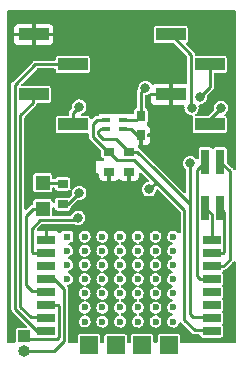
<source format=gbr>
%TF.GenerationSoftware,KiCad,Pcbnew,(6.0.0)*%
%TF.CreationDate,2022-01-17T14:04:50+01:00*%
%TF.ProjectId,LoraTrigger,4c6f7261-5472-4696-9767-65722e6b6963,rev?*%
%TF.SameCoordinates,Original*%
%TF.FileFunction,Copper,L1,Top*%
%TF.FilePolarity,Positive*%
%FSLAX46Y46*%
G04 Gerber Fmt 4.6, Leading zero omitted, Abs format (unit mm)*
G04 Created by KiCad (PCBNEW (6.0.0)) date 2022-01-17 14:04:50*
%MOMM*%
%LPD*%
G01*
G04 APERTURE LIST*
%TA.AperFunction,SMDPad,CuDef*%
%ADD10R,1.498600X0.698500*%
%TD*%
%TA.AperFunction,SMDPad,CuDef*%
%ADD11C,0.599440*%
%TD*%
%TA.AperFunction,SMDPad,CuDef*%
%ADD12R,0.599440X0.599440*%
%TD*%
%TA.AperFunction,SMDPad,CuDef*%
%ADD13R,1.498600X1.498600*%
%TD*%
%TA.AperFunction,SMDPad,CuDef*%
%ADD14R,0.740000X2.000000*%
%TD*%
%TA.AperFunction,ComponentPad*%
%ADD15R,1.000000X1.000000*%
%TD*%
%TA.AperFunction,ComponentPad*%
%ADD16O,1.000000X1.000000*%
%TD*%
%TA.AperFunction,SMDPad,CuDef*%
%ADD17R,1.200000X1.200000*%
%TD*%
%TA.AperFunction,SMDPad,CuDef*%
%ADD18R,0.900000X0.700000*%
%TD*%
%TA.AperFunction,SMDPad,CuDef*%
%ADD19R,2.510000X1.000000*%
%TD*%
%TA.AperFunction,SMDPad,CuDef*%
%ADD20R,0.700000X0.300000*%
%TD*%
%TA.AperFunction,SMDPad,CuDef*%
%ADD21R,0.750000X0.900000*%
%TD*%
%TA.AperFunction,ViaPad*%
%ADD22C,0.800000*%
%TD*%
%TA.AperFunction,Conductor*%
%ADD23C,0.250000*%
%TD*%
G04 APERTURE END LIST*
D10*
X116100000Y-79698560D03*
X116100000Y-78598740D03*
X116100000Y-77498920D03*
X116100000Y-76399100D03*
X116100000Y-75299280D03*
X116100000Y-74199460D03*
X116100000Y-73099640D03*
X116100000Y-71999820D03*
X102102060Y-71999820D03*
X102102060Y-73099640D03*
X102102060Y-74199460D03*
X102102060Y-75299280D03*
X102102060Y-76399100D03*
X102102060Y-77498920D03*
X102102060Y-78598740D03*
X102102060Y-79698560D03*
D11*
X111350200Y-78898460D03*
X111350200Y-77699580D03*
X111350200Y-76498160D03*
X111350200Y-75299280D03*
X111350200Y-74097860D03*
X111350200Y-72898980D03*
X111350200Y-71697560D03*
X109851600Y-78898460D03*
X109851600Y-77699580D03*
X109851600Y-76498160D03*
X109851600Y-75299280D03*
X109851600Y-74097860D03*
X109851600Y-72898980D03*
X109851600Y-71697560D03*
X108350460Y-78898460D03*
X108350460Y-77699580D03*
X108350460Y-76498160D03*
X108350460Y-75299280D03*
X108350460Y-74097860D03*
X108350460Y-72898980D03*
X108350460Y-71697560D03*
X106851860Y-78898460D03*
X106851860Y-77699580D03*
X106851860Y-76498160D03*
X106851860Y-75299280D03*
X106851860Y-74097860D03*
X106851860Y-72898980D03*
X106851860Y-71697560D03*
X105350720Y-78898460D03*
X105350720Y-77699580D03*
X105350720Y-76498160D03*
X105350720Y-75299280D03*
X105350720Y-74097860D03*
X105350720Y-72898980D03*
X105350720Y-71697560D03*
X103852120Y-75297860D03*
X103852120Y-74097860D03*
X103852120Y-72898980D03*
D12*
X103852120Y-71697560D03*
D13*
X112470340Y-80899980D03*
X110222440Y-80899980D03*
X107972000Y-80899980D03*
X105721560Y-80899980D03*
D11*
X112851340Y-78898460D03*
X112851340Y-77699580D03*
X112851340Y-76498160D03*
X112851340Y-75299280D03*
X112851340Y-74097860D03*
X112851340Y-72898980D03*
X112851340Y-71697560D03*
D14*
X115565000Y-69250000D03*
X115565000Y-65350000D03*
X116835000Y-69250000D03*
X116835000Y-65350000D03*
D15*
X100200000Y-80150000D03*
D16*
X100200000Y-81420000D03*
D17*
X101800000Y-67150000D03*
X101800000Y-69350000D03*
D18*
X103500000Y-67250000D03*
X103500000Y-68950000D03*
X109100000Y-66208579D03*
X109100000Y-64508579D03*
X107400000Y-66208579D03*
X107400000Y-64508579D03*
D19*
X101045000Y-54590000D03*
X104355000Y-57130000D03*
X101045000Y-59670000D03*
X104355000Y-62210000D03*
X112645000Y-54590000D03*
X115955000Y-57130000D03*
X112645000Y-59670000D03*
X115955000Y-62210000D03*
D20*
X107200000Y-61800000D03*
X107200000Y-62600000D03*
X108600000Y-62600000D03*
X108600000Y-61800000D03*
D21*
X110100000Y-63100000D03*
X110100000Y-61500000D03*
D22*
X114000000Y-80000000D03*
X104500000Y-79500000D03*
X104900000Y-60700000D03*
X104800000Y-70100000D03*
X116900000Y-60800000D03*
X104900000Y-68000000D03*
X110500000Y-59100000D03*
X108500000Y-55900000D03*
X107200000Y-55900000D03*
X109800000Y-55900000D03*
X114400000Y-60800000D03*
X110800000Y-67700000D03*
X114300000Y-65500000D03*
X115099989Y-59900000D03*
D23*
X114870489Y-66044511D02*
X115565000Y-65350000D01*
X114870489Y-75069069D02*
X114870489Y-66044511D01*
X115100700Y-75299280D02*
X114870489Y-75069069D01*
X116100000Y-75299280D02*
X115100700Y-75299280D01*
X117623322Y-73675438D02*
X117623322Y-66138322D01*
X117623322Y-66138322D02*
X116835000Y-65350000D01*
X117099300Y-74199460D02*
X117623322Y-73675438D01*
X116100000Y-74199460D02*
X117099300Y-74199460D01*
X117173811Y-73025129D02*
X117173811Y-69588811D01*
X117099300Y-73099640D02*
X117173811Y-73025129D01*
X117173811Y-69588811D02*
X116835000Y-69250000D01*
X116100000Y-73099640D02*
X117099300Y-73099640D01*
X116100000Y-69785000D02*
X115565000Y-69250000D01*
X116100000Y-71999820D02*
X116100000Y-69785000D01*
X113800000Y-69459557D02*
X111570222Y-67229778D01*
X113800000Y-78775400D02*
X113800000Y-69459557D01*
X114673580Y-79648980D02*
X113800000Y-78775400D01*
X115542760Y-79648980D02*
X114673580Y-79648980D01*
X102763896Y-81420000D02*
X100200000Y-81420000D01*
X103625382Y-80558514D02*
X102763896Y-81420000D01*
X103625382Y-76174850D02*
X103625382Y-80558514D01*
X102749812Y-75299280D02*
X103625382Y-76174850D01*
X102102060Y-75299280D02*
X102749812Y-75299280D01*
X100422321Y-80372321D02*
X100200000Y-80150000D01*
X103175871Y-77573431D02*
X103175871Y-80224129D01*
X103027679Y-80372321D02*
X100422321Y-80372321D01*
X102102060Y-77498920D02*
X103101360Y-77498920D01*
X103101360Y-77498920D02*
X103175871Y-77573431D01*
X103175871Y-80224129D02*
X103027679Y-80372321D01*
X103950000Y-68950000D02*
X104900000Y-68000000D01*
X104355000Y-61245000D02*
X104900000Y-60700000D01*
X115955000Y-62210000D02*
X115955000Y-61745000D01*
X100871009Y-72975549D02*
X100871009Y-71028991D01*
X110100000Y-61500000D02*
X110100000Y-61600000D01*
X104355000Y-62210000D02*
X104355000Y-61245000D01*
X103500000Y-68950000D02*
X103950000Y-68950000D01*
X109800000Y-61800000D02*
X108600000Y-61800000D01*
X101600000Y-70300000D02*
X104600000Y-70300000D01*
X101944820Y-73050060D02*
X100945520Y-73050060D01*
X104600000Y-70300000D02*
X104800000Y-70100000D01*
X100945520Y-73050060D02*
X100871009Y-72975549D01*
X110100000Y-59500000D02*
X110500000Y-59100000D01*
X100871009Y-71028991D02*
X101600000Y-70300000D01*
X110100000Y-61500000D02*
X110100000Y-59500000D01*
X115955000Y-61745000D02*
X116900000Y-60800000D01*
X109300000Y-62600000D02*
X108600000Y-62600000D01*
X110100000Y-63100000D02*
X109800000Y-63100000D01*
X109800000Y-63100000D02*
X109300000Y-62600000D01*
X112330000Y-59670000D02*
X112645000Y-59670000D01*
X109523533Y-65183090D02*
X108074511Y-65183090D01*
X114400000Y-60800000D02*
X114375489Y-60775489D01*
X107400000Y-64508579D02*
X107300000Y-64508579D01*
X107300000Y-64508579D02*
X106050489Y-63259068D01*
X111570222Y-67229778D02*
X111270222Y-67229778D01*
X111270222Y-67229778D02*
X110800000Y-67700000D01*
X111570222Y-67229778D02*
X109523533Y-65183090D01*
X106850978Y-61800000D02*
X107300000Y-61800000D01*
X106050489Y-62149511D02*
X106300000Y-61900000D01*
X114375489Y-56320489D02*
X112645000Y-54590000D01*
X106400000Y-61800000D02*
X107200000Y-61800000D01*
X108074511Y-65183090D02*
X107400000Y-64508579D01*
X112890000Y-54590000D02*
X112645000Y-54590000D01*
X106050489Y-63259068D02*
X106050489Y-62149511D01*
X106300000Y-61900000D02*
X106400000Y-61800000D01*
X114375489Y-60775489D02*
X114375489Y-56320489D01*
X106500000Y-62800000D02*
X106700000Y-62600000D01*
X107991421Y-63400000D02*
X106900000Y-63400000D01*
X111295710Y-66004290D02*
X109800000Y-64508579D01*
X115955000Y-57130000D02*
X115955000Y-59044989D01*
X115955000Y-59044989D02*
X115099989Y-59900000D01*
X114543460Y-78549160D02*
X114249511Y-78255211D01*
X114249511Y-78255211D02*
X114249510Y-68958089D01*
X106500000Y-63000000D02*
X106500000Y-62800000D01*
X109100000Y-64508579D02*
X107991421Y-63400000D01*
X106900000Y-63400000D02*
X106500000Y-63000000D01*
X114249510Y-68958089D02*
X111295710Y-66004290D01*
X106935704Y-62600000D02*
X107300000Y-62600000D01*
X106700000Y-62600000D02*
X107200000Y-62600000D01*
X114249510Y-65550490D02*
X114300000Y-65500000D01*
X115542760Y-78549160D02*
X114543460Y-78549160D01*
X109800000Y-64508579D02*
X109100000Y-64508579D01*
X114249510Y-68958089D02*
X114249510Y-65550490D01*
X103400000Y-67150000D02*
X103500000Y-67250000D01*
X101800000Y-67150000D02*
X103400000Y-67150000D01*
X100364511Y-75816963D02*
X100364511Y-69935489D01*
X100950000Y-69350000D02*
X101800000Y-69350000D01*
X101544820Y-76349520D02*
X100897068Y-76349520D01*
X100897068Y-76349520D02*
X100364511Y-75816963D01*
X100364511Y-69935489D02*
X100950000Y-69350000D01*
X99915000Y-61450000D02*
X100945000Y-60420000D01*
X100832952Y-78549160D02*
X99915000Y-77631208D01*
X99915000Y-77631208D02*
X99915000Y-61450000D01*
X100945000Y-60420000D02*
X100945000Y-59670000D01*
X101544820Y-78549160D02*
X100832952Y-78549160D01*
X101948980Y-79648980D02*
X102000000Y-79700000D01*
X99465489Y-58845489D02*
X101180978Y-57130000D01*
X101180978Y-57130000D02*
X104355000Y-57130000D01*
X99465489Y-77817401D02*
X99465489Y-58845489D01*
X102000000Y-79700000D02*
X101348088Y-79700000D01*
X101944820Y-79648980D02*
X101948980Y-79648980D01*
X101348088Y-79700000D02*
X99465489Y-77817401D01*
%TA.AperFunction,Conductor*%
G36*
X118092121Y-52520002D02*
G01*
X118138614Y-52573658D01*
X118150000Y-52626000D01*
X118150000Y-65923384D01*
X118129998Y-65991505D01*
X118076342Y-66037998D01*
X118006068Y-66048102D01*
X117941488Y-66018608D01*
X117920787Y-65995655D01*
X117901267Y-65967778D01*
X117895361Y-65958507D01*
X117882029Y-65935416D01*
X117876516Y-65925867D01*
X117847639Y-65901637D01*
X117839537Y-65894211D01*
X117442405Y-65497079D01*
X117408379Y-65434767D01*
X117405500Y-65407984D01*
X117405500Y-64330252D01*
X117397964Y-64292364D01*
X117396288Y-64283939D01*
X117396288Y-64283938D01*
X117393867Y-64271769D01*
X117349552Y-64205448D01*
X117283231Y-64161133D01*
X117271062Y-64158712D01*
X117271061Y-64158712D01*
X117230816Y-64150707D01*
X117224748Y-64149500D01*
X116445252Y-64149500D01*
X116439184Y-64150707D01*
X116398939Y-64158712D01*
X116398938Y-64158712D01*
X116386769Y-64161133D01*
X116320448Y-64205448D01*
X116313557Y-64215761D01*
X116313555Y-64215763D01*
X116304765Y-64228918D01*
X116250288Y-64274446D01*
X116179844Y-64283293D01*
X116115801Y-64252652D01*
X116095235Y-64228918D01*
X116086445Y-64215763D01*
X116086443Y-64215761D01*
X116079552Y-64205448D01*
X116013231Y-64161133D01*
X116001062Y-64158712D01*
X116001061Y-64158712D01*
X115960816Y-64150707D01*
X115954748Y-64149500D01*
X115175252Y-64149500D01*
X115169184Y-64150707D01*
X115128939Y-64158712D01*
X115128938Y-64158712D01*
X115116769Y-64161133D01*
X115050448Y-64205448D01*
X115006133Y-64271769D01*
X115003712Y-64283938D01*
X115003712Y-64283939D01*
X115002036Y-64292364D01*
X114994500Y-64330252D01*
X114994500Y-65047475D01*
X114974498Y-65115596D01*
X114920842Y-65162089D01*
X114850568Y-65172193D01*
X114785988Y-65142699D01*
X114768538Y-65124179D01*
X114733309Y-65078268D01*
X114733305Y-65078264D01*
X114728282Y-65071718D01*
X114711811Y-65059079D01*
X114609392Y-64980491D01*
X114602841Y-64975464D01*
X114456762Y-64914956D01*
X114438791Y-64912590D01*
X114308188Y-64895396D01*
X114300000Y-64894318D01*
X114291812Y-64895396D01*
X114161210Y-64912590D01*
X114143238Y-64914956D01*
X113997159Y-64975464D01*
X113990608Y-64980491D01*
X113888190Y-65059079D01*
X113871718Y-65071718D01*
X113775464Y-65197159D01*
X113714956Y-65343238D01*
X113694318Y-65500000D01*
X113714956Y-65656762D01*
X113775464Y-65802841D01*
X113871718Y-65928282D01*
X113878264Y-65933305D01*
X113884109Y-65939150D01*
X113882295Y-65940964D01*
X113916582Y-65987922D01*
X113924010Y-66030544D01*
X113924010Y-67868072D01*
X113904008Y-67936193D01*
X113850352Y-67982686D01*
X113780078Y-67992790D01*
X113715498Y-67963296D01*
X113708915Y-67957167D01*
X111505738Y-65753992D01*
X110044111Y-64292364D01*
X110036684Y-64284260D01*
X110019541Y-64263830D01*
X110019542Y-64263830D01*
X110012455Y-64255385D01*
X110002906Y-64249872D01*
X109979815Y-64236540D01*
X109970544Y-64230634D01*
X109960494Y-64223597D01*
X109939684Y-64209025D01*
X109929034Y-64206171D01*
X109925866Y-64204694D01*
X109922589Y-64203501D01*
X109913045Y-64197991D01*
X109902190Y-64196077D01*
X109897585Y-64194401D01*
X109840413Y-64152307D01*
X109815075Y-64085986D01*
X109829616Y-64016494D01*
X109879418Y-63965895D01*
X109914963Y-63956672D01*
X109914502Y-63955104D01*
X109947124Y-63945525D01*
X109948329Y-63944135D01*
X109950000Y-63936452D01*
X109950000Y-63426000D01*
X109970002Y-63357879D01*
X110023658Y-63311386D01*
X110076000Y-63300000D01*
X110124000Y-63300000D01*
X110192121Y-63320002D01*
X110238614Y-63373658D01*
X110250000Y-63426000D01*
X110250000Y-63931884D01*
X110254475Y-63947123D01*
X110255865Y-63948328D01*
X110263548Y-63949999D01*
X110501525Y-63949999D01*
X110511374Y-63949224D01*
X110590351Y-63936717D01*
X110608986Y-63930662D01*
X110704213Y-63882141D01*
X110720056Y-63870630D01*
X110795630Y-63795056D01*
X110807141Y-63779213D01*
X110855664Y-63683982D01*
X110861716Y-63665355D01*
X110874225Y-63586373D01*
X110875000Y-63576527D01*
X110875000Y-63268115D01*
X110870525Y-63252876D01*
X110869135Y-63251671D01*
X110861452Y-63250000D01*
X110726000Y-63250000D01*
X110657879Y-63229998D01*
X110611386Y-63176342D01*
X110600000Y-63124000D01*
X110600000Y-63076000D01*
X110620002Y-63007879D01*
X110673658Y-62961386D01*
X110726000Y-62950000D01*
X110856884Y-62950000D01*
X110872123Y-62945525D01*
X110873328Y-62944135D01*
X110874999Y-62936452D01*
X110874999Y-62623475D01*
X110874224Y-62613626D01*
X110861717Y-62534649D01*
X110855662Y-62516014D01*
X110807141Y-62420787D01*
X110795630Y-62404944D01*
X110720056Y-62329370D01*
X110704210Y-62317857D01*
X110668796Y-62299812D01*
X110617181Y-62251064D01*
X110600000Y-62187546D01*
X110600000Y-62162036D01*
X110621235Y-62092033D01*
X110656974Y-62038547D01*
X110663867Y-62028231D01*
X110675500Y-61969748D01*
X110675500Y-61030252D01*
X110663867Y-60971769D01*
X110653840Y-60956762D01*
X110626443Y-60915761D01*
X110619552Y-60905448D01*
X110553231Y-60861133D01*
X110541062Y-60858712D01*
X110541061Y-60858712D01*
X110526918Y-60855899D01*
X110464008Y-60822991D01*
X110428877Y-60761296D01*
X110425500Y-60732320D01*
X110425500Y-60196525D01*
X110990001Y-60196525D01*
X110990776Y-60206374D01*
X111003283Y-60285351D01*
X111009338Y-60303986D01*
X111057859Y-60399213D01*
X111069370Y-60415056D01*
X111144944Y-60490630D01*
X111160787Y-60502141D01*
X111256018Y-60550664D01*
X111274645Y-60556716D01*
X111353627Y-60569225D01*
X111363473Y-60570000D01*
X112476885Y-60570000D01*
X112492124Y-60565525D01*
X112493329Y-60564135D01*
X112495000Y-60556452D01*
X112495000Y-59838115D01*
X112490525Y-59822876D01*
X112489135Y-59821671D01*
X112481452Y-59820000D01*
X111008116Y-59820000D01*
X110992877Y-59824475D01*
X110991672Y-59825865D01*
X110990001Y-59833548D01*
X110990001Y-60196525D01*
X110425500Y-60196525D01*
X110425500Y-59825989D01*
X110445502Y-59757868D01*
X110499158Y-59711375D01*
X110535054Y-59701067D01*
X110656762Y-59685044D01*
X110802841Y-59624536D01*
X110906944Y-59544655D01*
X110973164Y-59519055D01*
X110990000Y-59520159D01*
X110990000Y-59520000D01*
X112476885Y-59520000D01*
X112492124Y-59515525D01*
X112493329Y-59514135D01*
X112495000Y-59506452D01*
X112495000Y-58788116D01*
X112490525Y-58772877D01*
X112489135Y-58771672D01*
X112481452Y-58770001D01*
X111363475Y-58770001D01*
X111353626Y-58770776D01*
X111274649Y-58783283D01*
X111256014Y-58789338D01*
X111178657Y-58828754D01*
X111108881Y-58841858D01*
X111043096Y-58815158D01*
X111021491Y-58793191D01*
X111013889Y-58783283D01*
X110928282Y-58671718D01*
X110802841Y-58575464D01*
X110656762Y-58514956D01*
X110500000Y-58494318D01*
X110343238Y-58514956D01*
X110197159Y-58575464D01*
X110071718Y-58671718D01*
X109975464Y-58797159D01*
X109914956Y-58943238D01*
X109894318Y-59100000D01*
X109895396Y-59108188D01*
X109902803Y-59164452D01*
X109891863Y-59234601D01*
X109858874Y-59277418D01*
X109855253Y-59280457D01*
X109846806Y-59287545D01*
X109841293Y-59297094D01*
X109827961Y-59320185D01*
X109822055Y-59329456D01*
X109800446Y-59360316D01*
X109797592Y-59370966D01*
X109796115Y-59374134D01*
X109794923Y-59377410D01*
X109789412Y-59386955D01*
X109783462Y-59420699D01*
X109782870Y-59424058D01*
X109780492Y-59434785D01*
X109770736Y-59471193D01*
X109771697Y-59482178D01*
X109771697Y-59482180D01*
X109774020Y-59508728D01*
X109774500Y-59519710D01*
X109774500Y-60732320D01*
X109754498Y-60800441D01*
X109700842Y-60846934D01*
X109673082Y-60855899D01*
X109658939Y-60858712D01*
X109658938Y-60858712D01*
X109646769Y-60861133D01*
X109580448Y-60905448D01*
X109573557Y-60915761D01*
X109546161Y-60956762D01*
X109536133Y-60971769D01*
X109524500Y-61030252D01*
X109524500Y-61174000D01*
X109504498Y-61242121D01*
X109450842Y-61288614D01*
X109398500Y-61300000D01*
X106600000Y-61300000D01*
X106600000Y-61348500D01*
X106579998Y-61416621D01*
X106526342Y-61463114D01*
X106474000Y-61474500D01*
X106419710Y-61474500D01*
X106408728Y-61474020D01*
X106382175Y-61471697D01*
X106382170Y-61471697D01*
X106371193Y-61470737D01*
X106334783Y-61480492D01*
X106324076Y-61482866D01*
X106286955Y-61489412D01*
X106277411Y-61494922D01*
X106274135Y-61496114D01*
X106270964Y-61497593D01*
X106260316Y-61500446D01*
X106251287Y-61506768D01*
X106229449Y-61522059D01*
X106220179Y-61527964D01*
X106197092Y-61541293D01*
X106197088Y-61541296D01*
X106187545Y-61546806D01*
X106180460Y-61555250D01*
X106163324Y-61575671D01*
X106155899Y-61583774D01*
X106089972Y-61649702D01*
X106016826Y-61722848D01*
X105954514Y-61756873D01*
X105883698Y-61751809D01*
X105826862Y-61709263D01*
X105804151Y-61658334D01*
X105801288Y-61643939D01*
X105801288Y-61643938D01*
X105798867Y-61631769D01*
X105754552Y-61565448D01*
X105688231Y-61521133D01*
X105676062Y-61518712D01*
X105676061Y-61518712D01*
X105635816Y-61510707D01*
X105629748Y-61509500D01*
X105148322Y-61509500D01*
X105080201Y-61489498D01*
X105033708Y-61435842D01*
X105023604Y-61365568D01*
X105053098Y-61300988D01*
X105100104Y-61267091D01*
X105202841Y-61224536D01*
X105328282Y-61128282D01*
X105335302Y-61119134D01*
X105403503Y-61030252D01*
X105424536Y-61002841D01*
X105485044Y-60856762D01*
X105505682Y-60700000D01*
X105485044Y-60543238D01*
X105424536Y-60397159D01*
X105328282Y-60271718D01*
X105202841Y-60175464D01*
X105056762Y-60114956D01*
X104900000Y-60094318D01*
X104743238Y-60114956D01*
X104597159Y-60175464D01*
X104471718Y-60271718D01*
X104375464Y-60397159D01*
X104314956Y-60543238D01*
X104294318Y-60700000D01*
X104295396Y-60708188D01*
X104303118Y-60766842D01*
X104292179Y-60836990D01*
X104267291Y-60872383D01*
X104138784Y-61000890D01*
X104130680Y-61008317D01*
X104101806Y-61032545D01*
X104096293Y-61042094D01*
X104082961Y-61065185D01*
X104077055Y-61074456D01*
X104055446Y-61105316D01*
X104052592Y-61115966D01*
X104051115Y-61119134D01*
X104049923Y-61122410D01*
X104044412Y-61131955D01*
X104038462Y-61165699D01*
X104037870Y-61169058D01*
X104035492Y-61179785D01*
X104025736Y-61216193D01*
X104026697Y-61227178D01*
X104026697Y-61227180D01*
X104029020Y-61253728D01*
X104029500Y-61264710D01*
X104029500Y-61383500D01*
X104009498Y-61451621D01*
X103955842Y-61498114D01*
X103903500Y-61509500D01*
X103080252Y-61509500D01*
X103074184Y-61510707D01*
X103033939Y-61518712D01*
X103033938Y-61518712D01*
X103021769Y-61521133D01*
X102955448Y-61565448D01*
X102911133Y-61631769D01*
X102899500Y-61690252D01*
X102899500Y-62729748D01*
X102911133Y-62788231D01*
X102955448Y-62854552D01*
X103021769Y-62898867D01*
X103033938Y-62901288D01*
X103033939Y-62901288D01*
X103074184Y-62909293D01*
X103080252Y-62910500D01*
X105598989Y-62910500D01*
X105667110Y-62930502D01*
X105713603Y-62984158D01*
X105724989Y-63036500D01*
X105724989Y-63239358D01*
X105724509Y-63250340D01*
X105721225Y-63287875D01*
X105727525Y-63311386D01*
X105730980Y-63324278D01*
X105733359Y-63335010D01*
X105739901Y-63372113D01*
X105745412Y-63381658D01*
X105746604Y-63384934D01*
X105748081Y-63388102D01*
X105750935Y-63398752D01*
X105757259Y-63407783D01*
X105772544Y-63429612D01*
X105778450Y-63438883D01*
X105791784Y-63461978D01*
X105797295Y-63471523D01*
X105805737Y-63478607D01*
X105826170Y-63495753D01*
X105834272Y-63503178D01*
X106712595Y-64381501D01*
X106746621Y-64443813D01*
X106749500Y-64470596D01*
X106749500Y-64878327D01*
X106750707Y-64884395D01*
X106757415Y-64918116D01*
X106761133Y-64936810D01*
X106805448Y-65003131D01*
X106871769Y-65047446D01*
X106883936Y-65049866D01*
X106883938Y-65049867D01*
X106886067Y-65050290D01*
X106886726Y-65050421D01*
X106892237Y-65053304D01*
X106895405Y-65054616D01*
X106895288Y-65054900D01*
X106949635Y-65083329D01*
X106984767Y-65145024D01*
X106980967Y-65215919D01*
X106939441Y-65273505D01*
X106873374Y-65299499D01*
X106862144Y-65300000D01*
X106300000Y-65300000D01*
X106300000Y-66300000D01*
X106424001Y-66300000D01*
X106492122Y-66320002D01*
X106538615Y-66373658D01*
X106550001Y-66426000D01*
X106550001Y-66585104D01*
X106550776Y-66594953D01*
X106563283Y-66673930D01*
X106569338Y-66692565D01*
X106617859Y-66787792D01*
X106629370Y-66803635D01*
X106704944Y-66879209D01*
X106720787Y-66890720D01*
X106816018Y-66939243D01*
X106834645Y-66945295D01*
X106913627Y-66957804D01*
X106923473Y-66958579D01*
X107231885Y-66958579D01*
X107247124Y-66954104D01*
X107248329Y-66952714D01*
X107250000Y-66945031D01*
X107250000Y-66426000D01*
X107270002Y-66357879D01*
X107323658Y-66311386D01*
X107376000Y-66300000D01*
X107424000Y-66300000D01*
X107492121Y-66320002D01*
X107538614Y-66373658D01*
X107550000Y-66426000D01*
X107550000Y-66940463D01*
X107554475Y-66955702D01*
X107555865Y-66956907D01*
X107563548Y-66958578D01*
X107876525Y-66958578D01*
X107886374Y-66957803D01*
X107965351Y-66945296D01*
X107983986Y-66939241D01*
X108079213Y-66890720D01*
X108095056Y-66879209D01*
X108160905Y-66813360D01*
X108223217Y-66779334D01*
X108294032Y-66784399D01*
X108339095Y-66813360D01*
X108404944Y-66879209D01*
X108420787Y-66890720D01*
X108516018Y-66939243D01*
X108534645Y-66945295D01*
X108613627Y-66957804D01*
X108623473Y-66958579D01*
X108931885Y-66958579D01*
X108947124Y-66954104D01*
X108948329Y-66952714D01*
X108950000Y-66945031D01*
X108950000Y-66426000D01*
X108970002Y-66357879D01*
X109023658Y-66311386D01*
X109076000Y-66300000D01*
X109124000Y-66300000D01*
X109192121Y-66320002D01*
X109238614Y-66373658D01*
X109250000Y-66426000D01*
X109250000Y-66940463D01*
X109254475Y-66955702D01*
X109255865Y-66956907D01*
X109263548Y-66958578D01*
X109576525Y-66958578D01*
X109586374Y-66957803D01*
X109665351Y-66945296D01*
X109683986Y-66939241D01*
X109779213Y-66890720D01*
X109795056Y-66879209D01*
X109870630Y-66803635D01*
X109882141Y-66787792D01*
X109930664Y-66692561D01*
X109936716Y-66673934D01*
X109949225Y-66594952D01*
X109950000Y-66585106D01*
X109950000Y-66426000D01*
X109970002Y-66357879D01*
X110023658Y-66311386D01*
X110076000Y-66300000D01*
X110127926Y-66300000D01*
X110196047Y-66320002D01*
X110217021Y-66336905D01*
X110773474Y-66893358D01*
X110807500Y-66955670D01*
X110802435Y-67026485D01*
X110759888Y-67083321D01*
X110700825Y-67107375D01*
X110643238Y-67114956D01*
X110497159Y-67175464D01*
X110371718Y-67271718D01*
X110275464Y-67397159D01*
X110214956Y-67543238D01*
X110194318Y-67700000D01*
X110195396Y-67708188D01*
X110206018Y-67788867D01*
X110214956Y-67856762D01*
X110275464Y-68002841D01*
X110371718Y-68128282D01*
X110378264Y-68133305D01*
X110398163Y-68148574D01*
X110497159Y-68224536D01*
X110643238Y-68285044D01*
X110800000Y-68305682D01*
X110808188Y-68304604D01*
X110821580Y-68302841D01*
X110956762Y-68285044D01*
X111102841Y-68224536D01*
X111201837Y-68148574D01*
X111221736Y-68133305D01*
X111228282Y-68128282D01*
X111324536Y-68002841D01*
X111385044Y-67856762D01*
X111386122Y-67848574D01*
X111392626Y-67799173D01*
X111421349Y-67734246D01*
X111480614Y-67695155D01*
X111551606Y-67694310D01*
X111606643Y-67726525D01*
X112541570Y-68661453D01*
X113437595Y-69557478D01*
X113471621Y-69619790D01*
X113474500Y-69646573D01*
X113474500Y-71315139D01*
X113454498Y-71383260D01*
X113400842Y-71429753D01*
X113330568Y-71439857D01*
X113265988Y-71410363D01*
X113253047Y-71397386D01*
X113189418Y-71323540D01*
X113189413Y-71323535D01*
X113183554Y-71316736D01*
X113063316Y-71238802D01*
X113054714Y-71236230D01*
X113054711Y-71236228D01*
X112934641Y-71200320D01*
X112934642Y-71200320D01*
X112926038Y-71197747D01*
X112917062Y-71197692D01*
X112917061Y-71197692D01*
X112855443Y-71197316D01*
X112782754Y-71196872D01*
X112774123Y-71199339D01*
X112774121Y-71199339D01*
X112653615Y-71233779D01*
X112653613Y-71233780D01*
X112644984Y-71236246D01*
X112637393Y-71241035D01*
X112637392Y-71241036D01*
X112600810Y-71264118D01*
X112523804Y-71312706D01*
X112428953Y-71420104D01*
X112425139Y-71428227D01*
X112425138Y-71428229D01*
X112419679Y-71439857D01*
X112368058Y-71549806D01*
X112357938Y-71614803D01*
X112347395Y-71682513D01*
X112347395Y-71682517D01*
X112346014Y-71691386D01*
X112347178Y-71700288D01*
X112347178Y-71700291D01*
X112349063Y-71714704D01*
X112364592Y-71833462D01*
X112422300Y-71964614D01*
X112428077Y-71971487D01*
X112428078Y-71971488D01*
X112508718Y-72067421D01*
X112514498Y-72074297D01*
X112633775Y-72153694D01*
X112711678Y-72178033D01*
X112770733Y-72217438D01*
X112799111Y-72282516D01*
X112787799Y-72352606D01*
X112740389Y-72405454D01*
X112708728Y-72419448D01*
X112686774Y-72425723D01*
X112644984Y-72437666D01*
X112637393Y-72442455D01*
X112637392Y-72442456D01*
X112633189Y-72445108D01*
X112523804Y-72514126D01*
X112428953Y-72621524D01*
X112425139Y-72629647D01*
X112425138Y-72629649D01*
X112419679Y-72641277D01*
X112368058Y-72751226D01*
X112357938Y-72816223D01*
X112347395Y-72883933D01*
X112347395Y-72883937D01*
X112346014Y-72892806D01*
X112347178Y-72901708D01*
X112347178Y-72901711D01*
X112349063Y-72916124D01*
X112364592Y-73034882D01*
X112422300Y-73166034D01*
X112428077Y-73172907D01*
X112428078Y-73172908D01*
X112508718Y-73268841D01*
X112514498Y-73275717D01*
X112633775Y-73355114D01*
X112703777Y-73376984D01*
X112707432Y-73378126D01*
X112766489Y-73417532D01*
X112794866Y-73482611D01*
X112783554Y-73552700D01*
X112736144Y-73605548D01*
X112704487Y-73619540D01*
X112644984Y-73636546D01*
X112637393Y-73641335D01*
X112637392Y-73641336D01*
X112537689Y-73704245D01*
X112523804Y-73713006D01*
X112428953Y-73820404D01*
X112425139Y-73828527D01*
X112425138Y-73828529D01*
X112412591Y-73855253D01*
X112368058Y-73950106D01*
X112357938Y-74015103D01*
X112347395Y-74082813D01*
X112347395Y-74082817D01*
X112346014Y-74091686D01*
X112347178Y-74100588D01*
X112347178Y-74100591D01*
X112349063Y-74115004D01*
X112364592Y-74233762D01*
X112422300Y-74364914D01*
X112428077Y-74371787D01*
X112428078Y-74371788D01*
X112508718Y-74467721D01*
X112514498Y-74474597D01*
X112633775Y-74553994D01*
X112711678Y-74578333D01*
X112770733Y-74617738D01*
X112799111Y-74682816D01*
X112787799Y-74752906D01*
X112740389Y-74805754D01*
X112708728Y-74819748D01*
X112686774Y-74826023D01*
X112644984Y-74837966D01*
X112637393Y-74842755D01*
X112637392Y-74842756D01*
X112533648Y-74908215D01*
X112523804Y-74914426D01*
X112517862Y-74921155D01*
X112517861Y-74921155D01*
X112514239Y-74925256D01*
X112428953Y-75021824D01*
X112425139Y-75029947D01*
X112425138Y-75029949D01*
X112419679Y-75041577D01*
X112368058Y-75151526D01*
X112358241Y-75214574D01*
X112347395Y-75284233D01*
X112347395Y-75284237D01*
X112346014Y-75293106D01*
X112347178Y-75302008D01*
X112347178Y-75302011D01*
X112348877Y-75315004D01*
X112364592Y-75435182D01*
X112422300Y-75566334D01*
X112428077Y-75573207D01*
X112428078Y-75573208D01*
X112507993Y-75668278D01*
X112514498Y-75676017D01*
X112633775Y-75755414D01*
X112703777Y-75777284D01*
X112707432Y-75778426D01*
X112766489Y-75817832D01*
X112794866Y-75882911D01*
X112783554Y-75953000D01*
X112736144Y-76005848D01*
X112704487Y-76019840D01*
X112644984Y-76036846D01*
X112637393Y-76041635D01*
X112637392Y-76041636D01*
X112546623Y-76098908D01*
X112523804Y-76113306D01*
X112517862Y-76120035D01*
X112517861Y-76120035D01*
X112488502Y-76153278D01*
X112428953Y-76220704D01*
X112425139Y-76228827D01*
X112425138Y-76228829D01*
X112419679Y-76240457D01*
X112368058Y-76350406D01*
X112361995Y-76389349D01*
X112347395Y-76483113D01*
X112347395Y-76483117D01*
X112346014Y-76491986D01*
X112347178Y-76500888D01*
X112347178Y-76500891D01*
X112349063Y-76515304D01*
X112364592Y-76634062D01*
X112422300Y-76765214D01*
X112428077Y-76772087D01*
X112428078Y-76772088D01*
X112508718Y-76868021D01*
X112514498Y-76874897D01*
X112525361Y-76882128D01*
X112625597Y-76948850D01*
X112633775Y-76954294D01*
X112711678Y-76978633D01*
X112770733Y-77018038D01*
X112799111Y-77083116D01*
X112787799Y-77153206D01*
X112740389Y-77206054D01*
X112708728Y-77220048D01*
X112686774Y-77226323D01*
X112644984Y-77238266D01*
X112523804Y-77314726D01*
X112428953Y-77422124D01*
X112425139Y-77430247D01*
X112425138Y-77430249D01*
X112406018Y-77470974D01*
X112368058Y-77551826D01*
X112357938Y-77616823D01*
X112347395Y-77684533D01*
X112347395Y-77684537D01*
X112346014Y-77693406D01*
X112347178Y-77702308D01*
X112347178Y-77702311D01*
X112349063Y-77716724D01*
X112364592Y-77835482D01*
X112368209Y-77843702D01*
X112411918Y-77943038D01*
X112422300Y-77966634D01*
X112428077Y-77973507D01*
X112428078Y-77973508D01*
X112508718Y-78069441D01*
X112514498Y-78076317D01*
X112633775Y-78155714D01*
X112703777Y-78177584D01*
X112707432Y-78178726D01*
X112766489Y-78218132D01*
X112794866Y-78283211D01*
X112783554Y-78353300D01*
X112736144Y-78406148D01*
X112704487Y-78420140D01*
X112644984Y-78437146D01*
X112523804Y-78513606D01*
X112428953Y-78621004D01*
X112425139Y-78629127D01*
X112425138Y-78629129D01*
X112419765Y-78640574D01*
X112368058Y-78750706D01*
X112359728Y-78804207D01*
X112347395Y-78883413D01*
X112347395Y-78883417D01*
X112346014Y-78892286D01*
X112347178Y-78901188D01*
X112347178Y-78901191D01*
X112348995Y-78915084D01*
X112364592Y-79034362D01*
X112422300Y-79165514D01*
X112428077Y-79172387D01*
X112428078Y-79172388D01*
X112508014Y-79267483D01*
X112514498Y-79275197D01*
X112633775Y-79354594D01*
X112770542Y-79397323D01*
X112779512Y-79397487D01*
X112779516Y-79397488D01*
X112845771Y-79398702D01*
X112913804Y-79399949D01*
X113032707Y-79367532D01*
X113043381Y-79364622D01*
X113043382Y-79364622D01*
X113052044Y-79362260D01*
X113059694Y-79357563D01*
X113059696Y-79357562D01*
X113166502Y-79291983D01*
X113166503Y-79291982D01*
X113174150Y-79287287D01*
X113270306Y-79181056D01*
X113332781Y-79052107D01*
X113334270Y-79043255D01*
X113336791Y-79035357D01*
X113376557Y-78976542D01*
X113441808Y-78948563D01*
X113511827Y-78960303D01*
X113546510Y-78987343D01*
X113546806Y-78987855D01*
X113555247Y-78994938D01*
X113555248Y-78994939D01*
X113575682Y-79012085D01*
X113583785Y-79019511D01*
X114429469Y-79865195D01*
X114436896Y-79873299D01*
X114461125Y-79902174D01*
X114470674Y-79907687D01*
X114493765Y-79921019D01*
X114503036Y-79926925D01*
X114533896Y-79948534D01*
X114544546Y-79951388D01*
X114547714Y-79952865D01*
X114550990Y-79954057D01*
X114560535Y-79959568D01*
X114594279Y-79965518D01*
X114597638Y-79966110D01*
X114608365Y-79968488D01*
X114644773Y-79978244D01*
X114655749Y-79977284D01*
X114655752Y-79977284D01*
X114682323Y-79974959D01*
X114693304Y-79974480D01*
X115028280Y-79974480D01*
X115096401Y-79994482D01*
X115142894Y-80048138D01*
X115151859Y-80075897D01*
X115161833Y-80126041D01*
X115206148Y-80192362D01*
X115272469Y-80236677D01*
X115284638Y-80239098D01*
X115284639Y-80239098D01*
X115324884Y-80247103D01*
X115330952Y-80248310D01*
X116869048Y-80248310D01*
X116875116Y-80247103D01*
X116915361Y-80239098D01*
X116915362Y-80239098D01*
X116927531Y-80236677D01*
X116993852Y-80192362D01*
X117038167Y-80126041D01*
X117049800Y-80067558D01*
X117049800Y-79329562D01*
X117041391Y-79287287D01*
X117040588Y-79283249D01*
X117040588Y-79283248D01*
X117038167Y-79271079D01*
X117031273Y-79260762D01*
X117031272Y-79260759D01*
X117003137Y-79218653D01*
X116981921Y-79150901D01*
X117003137Y-79078647D01*
X117031272Y-79036541D01*
X117031273Y-79036538D01*
X117038167Y-79026221D01*
X117044390Y-78994939D01*
X117048593Y-78973806D01*
X117049800Y-78967738D01*
X117049800Y-78229742D01*
X117041250Y-78186756D01*
X117040588Y-78183429D01*
X117040588Y-78183428D01*
X117038167Y-78171259D01*
X117031273Y-78160942D01*
X117031272Y-78160939D01*
X117003137Y-78118833D01*
X116981921Y-78051081D01*
X117003137Y-77978827D01*
X117031272Y-77936721D01*
X117031273Y-77936718D01*
X117038167Y-77926401D01*
X117049800Y-77867918D01*
X117049800Y-77129922D01*
X117047080Y-77116247D01*
X117040588Y-77083609D01*
X117040588Y-77083608D01*
X117038167Y-77071439D01*
X117031273Y-77061122D01*
X117031272Y-77061119D01*
X117003137Y-77019013D01*
X116981921Y-76951261D01*
X117003137Y-76879007D01*
X117031272Y-76836901D01*
X117031273Y-76836898D01*
X117038167Y-76826581D01*
X117043354Y-76800507D01*
X117048593Y-76774166D01*
X117049800Y-76768098D01*
X117049800Y-76030102D01*
X117043484Y-75998347D01*
X117040588Y-75983789D01*
X117040588Y-75983788D01*
X117038167Y-75971619D01*
X117031273Y-75961302D01*
X117031272Y-75961299D01*
X117003137Y-75919193D01*
X116981921Y-75851441D01*
X117003137Y-75779187D01*
X117031272Y-75737081D01*
X117031273Y-75737078D01*
X117038167Y-75726761D01*
X117042869Y-75703125D01*
X117048593Y-75674346D01*
X117049800Y-75668278D01*
X117049800Y-74930282D01*
X117038167Y-74871799D01*
X117031273Y-74861482D01*
X117031272Y-74861479D01*
X117003137Y-74819373D01*
X116981921Y-74751621D01*
X117003137Y-74679367D01*
X117031272Y-74637261D01*
X117031273Y-74637258D01*
X117038167Y-74626941D01*
X117040588Y-74614770D01*
X117045337Y-74603305D01*
X117049223Y-74604914D01*
X117071348Y-74562601D01*
X117129420Y-74528372D01*
X117164510Y-74518969D01*
X117175242Y-74516590D01*
X117178601Y-74515998D01*
X117212345Y-74510048D01*
X117221890Y-74504537D01*
X117225166Y-74503345D01*
X117228334Y-74501868D01*
X117238984Y-74499014D01*
X117269844Y-74477405D01*
X117279115Y-74471499D01*
X117302206Y-74458167D01*
X117311755Y-74452654D01*
X117335985Y-74423777D01*
X117343411Y-74415675D01*
X117839537Y-73919549D01*
X117847641Y-73912122D01*
X117868071Y-73894979D01*
X117876516Y-73887893D01*
X117882029Y-73878344D01*
X117895361Y-73855253D01*
X117901267Y-73845982D01*
X117909829Y-73833755D01*
X117920788Y-73818105D01*
X117976245Y-73773776D01*
X118046864Y-73766468D01*
X118110224Y-73798499D01*
X118146209Y-73859701D01*
X118150000Y-73890376D01*
X118150000Y-80574000D01*
X118129998Y-80642121D01*
X118076342Y-80688614D01*
X118024000Y-80700000D01*
X113546140Y-80700000D01*
X113478019Y-80679998D01*
X113431526Y-80626342D01*
X113420140Y-80574000D01*
X113420140Y-80130932D01*
X113408507Y-80072449D01*
X113364192Y-80006128D01*
X113297871Y-79961813D01*
X113285702Y-79959392D01*
X113285701Y-79959392D01*
X113245456Y-79951387D01*
X113239388Y-79950180D01*
X111701292Y-79950180D01*
X111695224Y-79951387D01*
X111654979Y-79959392D01*
X111654978Y-79959392D01*
X111642809Y-79961813D01*
X111576488Y-80006128D01*
X111532173Y-80072449D01*
X111520540Y-80130932D01*
X111520540Y-80574000D01*
X111500538Y-80642121D01*
X111446882Y-80688614D01*
X111394540Y-80700000D01*
X111298240Y-80700000D01*
X111230119Y-80679998D01*
X111183626Y-80626342D01*
X111172240Y-80574000D01*
X111172240Y-80130932D01*
X111160607Y-80072449D01*
X111116292Y-80006128D01*
X111049971Y-79961813D01*
X111037802Y-79959392D01*
X111037801Y-79959392D01*
X110997556Y-79951387D01*
X110991488Y-79950180D01*
X109453392Y-79950180D01*
X109447324Y-79951387D01*
X109407079Y-79959392D01*
X109407078Y-79959392D01*
X109394909Y-79961813D01*
X109328588Y-80006128D01*
X109284273Y-80072449D01*
X109272640Y-80130932D01*
X109272640Y-80574000D01*
X109252638Y-80642121D01*
X109198982Y-80688614D01*
X109146640Y-80700000D01*
X109047800Y-80700000D01*
X108979679Y-80679998D01*
X108933186Y-80626342D01*
X108921800Y-80574000D01*
X108921800Y-80130932D01*
X108910167Y-80072449D01*
X108865852Y-80006128D01*
X108799531Y-79961813D01*
X108787362Y-79959392D01*
X108787361Y-79959392D01*
X108747116Y-79951387D01*
X108741048Y-79950180D01*
X107202952Y-79950180D01*
X107196884Y-79951387D01*
X107156639Y-79959392D01*
X107156638Y-79959392D01*
X107144469Y-79961813D01*
X107078148Y-80006128D01*
X107033833Y-80072449D01*
X107022200Y-80130932D01*
X107022200Y-80574000D01*
X107002198Y-80642121D01*
X106948542Y-80688614D01*
X106896200Y-80700000D01*
X106797360Y-80700000D01*
X106729239Y-80679998D01*
X106682746Y-80626342D01*
X106671360Y-80574000D01*
X106671360Y-80130932D01*
X106659727Y-80072449D01*
X106615412Y-80006128D01*
X106549091Y-79961813D01*
X106536922Y-79959392D01*
X106536921Y-79959392D01*
X106496676Y-79951387D01*
X106490608Y-79950180D01*
X104952512Y-79950180D01*
X104946444Y-79951387D01*
X104906199Y-79959392D01*
X104906198Y-79959392D01*
X104894029Y-79961813D01*
X104827708Y-80006128D01*
X104783393Y-80072449D01*
X104771760Y-80130932D01*
X104771760Y-80574000D01*
X104751758Y-80642121D01*
X104698102Y-80688614D01*
X104645760Y-80700000D01*
X104079961Y-80700000D01*
X104011840Y-80679998D01*
X103965347Y-80626342D01*
X103954440Y-80584980D01*
X103951361Y-80549782D01*
X103950882Y-80538802D01*
X103950882Y-78892286D01*
X104845394Y-78892286D01*
X104846558Y-78901188D01*
X104846558Y-78901191D01*
X104848375Y-78915084D01*
X104863972Y-79034362D01*
X104921680Y-79165514D01*
X104927457Y-79172387D01*
X104927458Y-79172388D01*
X105007394Y-79267483D01*
X105013878Y-79275197D01*
X105133155Y-79354594D01*
X105269922Y-79397323D01*
X105278892Y-79397487D01*
X105278896Y-79397488D01*
X105345151Y-79398702D01*
X105413184Y-79399949D01*
X105532087Y-79367532D01*
X105542761Y-79364622D01*
X105542762Y-79364622D01*
X105551424Y-79362260D01*
X105559074Y-79357563D01*
X105559076Y-79357562D01*
X105665882Y-79291983D01*
X105665883Y-79291982D01*
X105673530Y-79287287D01*
X105769686Y-79181056D01*
X105798911Y-79120735D01*
X105828247Y-79060186D01*
X105828247Y-79060185D01*
X105832161Y-79052107D01*
X105855933Y-78910807D01*
X105856084Y-78898460D01*
X105855200Y-78892286D01*
X106346534Y-78892286D01*
X106347698Y-78901188D01*
X106347698Y-78901191D01*
X106349515Y-78915084D01*
X106365112Y-79034362D01*
X106422820Y-79165514D01*
X106428597Y-79172387D01*
X106428598Y-79172388D01*
X106508534Y-79267483D01*
X106515018Y-79275197D01*
X106634295Y-79354594D01*
X106771062Y-79397323D01*
X106780032Y-79397487D01*
X106780036Y-79397488D01*
X106846291Y-79398702D01*
X106914324Y-79399949D01*
X107033227Y-79367532D01*
X107043901Y-79364622D01*
X107043902Y-79364622D01*
X107052564Y-79362260D01*
X107060214Y-79357563D01*
X107060216Y-79357562D01*
X107167022Y-79291983D01*
X107167023Y-79291982D01*
X107174670Y-79287287D01*
X107270826Y-79181056D01*
X107300051Y-79120735D01*
X107329387Y-79060186D01*
X107329387Y-79060185D01*
X107333301Y-79052107D01*
X107357073Y-78910807D01*
X107357224Y-78898460D01*
X107356340Y-78892286D01*
X107845134Y-78892286D01*
X107846298Y-78901188D01*
X107846298Y-78901191D01*
X107848115Y-78915084D01*
X107863712Y-79034362D01*
X107921420Y-79165514D01*
X107927197Y-79172387D01*
X107927198Y-79172388D01*
X108007134Y-79267483D01*
X108013618Y-79275197D01*
X108132895Y-79354594D01*
X108269662Y-79397323D01*
X108278632Y-79397487D01*
X108278636Y-79397488D01*
X108344891Y-79398702D01*
X108412924Y-79399949D01*
X108531827Y-79367532D01*
X108542501Y-79364622D01*
X108542502Y-79364622D01*
X108551164Y-79362260D01*
X108558814Y-79357563D01*
X108558816Y-79357562D01*
X108665622Y-79291983D01*
X108665623Y-79291982D01*
X108673270Y-79287287D01*
X108769426Y-79181056D01*
X108798651Y-79120735D01*
X108827987Y-79060186D01*
X108827987Y-79060185D01*
X108831901Y-79052107D01*
X108855673Y-78910807D01*
X108855824Y-78898460D01*
X108854940Y-78892286D01*
X109346274Y-78892286D01*
X109347438Y-78901188D01*
X109347438Y-78901191D01*
X109349255Y-78915084D01*
X109364852Y-79034362D01*
X109422560Y-79165514D01*
X109428337Y-79172387D01*
X109428338Y-79172388D01*
X109508274Y-79267483D01*
X109514758Y-79275197D01*
X109634035Y-79354594D01*
X109770802Y-79397323D01*
X109779772Y-79397487D01*
X109779776Y-79397488D01*
X109846031Y-79398702D01*
X109914064Y-79399949D01*
X110032967Y-79367532D01*
X110043641Y-79364622D01*
X110043642Y-79364622D01*
X110052304Y-79362260D01*
X110059954Y-79357563D01*
X110059956Y-79357562D01*
X110166762Y-79291983D01*
X110166763Y-79291982D01*
X110174410Y-79287287D01*
X110270566Y-79181056D01*
X110299791Y-79120735D01*
X110329127Y-79060186D01*
X110329127Y-79060185D01*
X110333041Y-79052107D01*
X110356813Y-78910807D01*
X110356964Y-78898460D01*
X110356080Y-78892286D01*
X110844874Y-78892286D01*
X110846038Y-78901188D01*
X110846038Y-78901191D01*
X110847855Y-78915084D01*
X110863452Y-79034362D01*
X110921160Y-79165514D01*
X110926937Y-79172387D01*
X110926938Y-79172388D01*
X111006874Y-79267483D01*
X111013358Y-79275197D01*
X111132635Y-79354594D01*
X111269402Y-79397323D01*
X111278372Y-79397487D01*
X111278376Y-79397488D01*
X111344631Y-79398702D01*
X111412664Y-79399949D01*
X111531567Y-79367532D01*
X111542241Y-79364622D01*
X111542242Y-79364622D01*
X111550904Y-79362260D01*
X111558554Y-79357563D01*
X111558556Y-79357562D01*
X111665362Y-79291983D01*
X111665363Y-79291982D01*
X111673010Y-79287287D01*
X111769166Y-79181056D01*
X111798391Y-79120735D01*
X111827727Y-79060186D01*
X111827727Y-79060185D01*
X111831641Y-79052107D01*
X111855413Y-78910807D01*
X111855564Y-78898460D01*
X111842066Y-78804207D01*
X111836524Y-78765507D01*
X111836523Y-78765504D01*
X111835251Y-78756621D01*
X111831537Y-78748452D01*
X111779660Y-78634355D01*
X111779659Y-78634353D01*
X111775945Y-78626185D01*
X111765684Y-78614276D01*
X111688274Y-78524436D01*
X111688271Y-78524433D01*
X111682414Y-78517636D01*
X111562176Y-78439702D01*
X111523799Y-78428225D01*
X111495843Y-78419864D01*
X111436310Y-78381182D01*
X111407140Y-78316454D01*
X111417596Y-78246232D01*
X111464357Y-78192809D01*
X111498802Y-78177585D01*
X111522005Y-78171259D01*
X111542242Y-78165742D01*
X111542245Y-78165741D01*
X111550904Y-78163380D01*
X111558554Y-78158683D01*
X111558556Y-78158682D01*
X111665362Y-78093103D01*
X111665363Y-78093102D01*
X111673010Y-78088407D01*
X111769166Y-77982176D01*
X111817405Y-77882611D01*
X111827727Y-77861306D01*
X111827727Y-77861305D01*
X111831641Y-77853227D01*
X111855413Y-77711927D01*
X111855564Y-77699580D01*
X111835251Y-77557741D01*
X111831537Y-77549572D01*
X111779660Y-77435475D01*
X111779659Y-77435473D01*
X111775945Y-77427305D01*
X111765684Y-77415396D01*
X111688274Y-77325556D01*
X111688271Y-77325553D01*
X111682414Y-77318756D01*
X111562176Y-77240822D01*
X111491400Y-77219655D01*
X111431868Y-77180975D01*
X111402697Y-77116247D01*
X111413152Y-77046025D01*
X111459913Y-76992602D01*
X111494360Y-76977376D01*
X111510914Y-76972863D01*
X111550904Y-76961960D01*
X111558554Y-76957263D01*
X111558556Y-76957262D01*
X111665362Y-76891683D01*
X111665363Y-76891682D01*
X111673010Y-76886987D01*
X111769166Y-76780756D01*
X111819007Y-76677884D01*
X111827727Y-76659886D01*
X111827727Y-76659885D01*
X111831641Y-76651807D01*
X111855413Y-76510507D01*
X111855564Y-76498160D01*
X111839981Y-76389349D01*
X111836524Y-76365207D01*
X111836523Y-76365204D01*
X111835251Y-76356321D01*
X111829129Y-76342856D01*
X111779660Y-76234055D01*
X111779659Y-76234053D01*
X111775945Y-76225885D01*
X111765684Y-76213976D01*
X111688274Y-76124136D01*
X111688271Y-76124133D01*
X111682414Y-76117336D01*
X111562176Y-76039402D01*
X111510789Y-76024034D01*
X111495843Y-76019564D01*
X111436310Y-75980882D01*
X111407140Y-75916154D01*
X111417596Y-75845932D01*
X111464357Y-75792509D01*
X111498802Y-75777285D01*
X111514948Y-75772883D01*
X111542242Y-75765442D01*
X111542245Y-75765441D01*
X111550904Y-75763080D01*
X111558554Y-75758383D01*
X111558556Y-75758382D01*
X111665362Y-75692803D01*
X111665363Y-75692802D01*
X111673010Y-75688107D01*
X111769166Y-75581876D01*
X111831641Y-75452927D01*
X111855413Y-75311627D01*
X111855564Y-75299280D01*
X111835251Y-75157441D01*
X111830891Y-75147852D01*
X111779660Y-75035175D01*
X111779659Y-75035173D01*
X111775945Y-75027005D01*
X111764460Y-75013676D01*
X111688274Y-74925256D01*
X111688271Y-74925253D01*
X111682414Y-74918456D01*
X111562176Y-74840522D01*
X111491400Y-74819355D01*
X111431868Y-74780675D01*
X111402697Y-74715947D01*
X111413152Y-74645725D01*
X111459913Y-74592302D01*
X111494360Y-74577076D01*
X111510914Y-74572563D01*
X111550904Y-74561660D01*
X111558554Y-74556963D01*
X111558556Y-74556962D01*
X111665362Y-74491383D01*
X111665363Y-74491382D01*
X111673010Y-74486687D01*
X111769166Y-74380456D01*
X111831641Y-74251507D01*
X111855413Y-74110207D01*
X111855564Y-74097860D01*
X111835251Y-73956021D01*
X111831537Y-73947852D01*
X111779660Y-73833755D01*
X111779659Y-73833753D01*
X111775945Y-73825585D01*
X111765684Y-73813676D01*
X111688274Y-73723836D01*
X111688271Y-73723833D01*
X111682414Y-73717036D01*
X111562176Y-73639102D01*
X111523799Y-73627625D01*
X111495843Y-73619264D01*
X111436310Y-73580582D01*
X111407140Y-73515854D01*
X111417596Y-73445632D01*
X111464357Y-73392209D01*
X111498802Y-73376985D01*
X111525992Y-73369572D01*
X111542242Y-73365142D01*
X111542245Y-73365141D01*
X111550904Y-73362780D01*
X111558554Y-73358083D01*
X111558556Y-73358082D01*
X111665362Y-73292503D01*
X111665363Y-73292502D01*
X111673010Y-73287807D01*
X111769166Y-73181576D01*
X111831641Y-73052627D01*
X111855413Y-72911327D01*
X111855564Y-72898980D01*
X111835251Y-72757141D01*
X111831537Y-72748972D01*
X111779660Y-72634875D01*
X111779659Y-72634873D01*
X111775945Y-72626705D01*
X111765684Y-72614796D01*
X111688274Y-72524956D01*
X111688271Y-72524953D01*
X111682414Y-72518156D01*
X111562176Y-72440222D01*
X111491400Y-72419055D01*
X111431868Y-72380375D01*
X111402697Y-72315647D01*
X111413152Y-72245425D01*
X111459913Y-72192002D01*
X111494360Y-72176776D01*
X111525683Y-72168236D01*
X111550904Y-72161360D01*
X111558554Y-72156663D01*
X111558556Y-72156662D01*
X111665362Y-72091083D01*
X111665363Y-72091082D01*
X111673010Y-72086387D01*
X111769166Y-71980156D01*
X111831641Y-71851207D01*
X111855413Y-71709907D01*
X111855564Y-71697560D01*
X111835251Y-71555721D01*
X111831537Y-71547552D01*
X111779660Y-71433455D01*
X111779659Y-71433453D01*
X111775945Y-71425285D01*
X111765684Y-71413376D01*
X111688274Y-71323536D01*
X111688271Y-71323533D01*
X111682414Y-71316736D01*
X111562176Y-71238802D01*
X111553574Y-71236230D01*
X111553571Y-71236228D01*
X111433501Y-71200320D01*
X111433502Y-71200320D01*
X111424898Y-71197747D01*
X111415922Y-71197692D01*
X111415921Y-71197692D01*
X111354303Y-71197316D01*
X111281614Y-71196872D01*
X111272983Y-71199339D01*
X111272981Y-71199339D01*
X111152475Y-71233779D01*
X111152473Y-71233780D01*
X111143844Y-71236246D01*
X111136253Y-71241035D01*
X111136252Y-71241036D01*
X111099670Y-71264118D01*
X111022664Y-71312706D01*
X110927813Y-71420104D01*
X110923999Y-71428227D01*
X110923998Y-71428229D01*
X110918539Y-71439857D01*
X110866918Y-71549806D01*
X110856798Y-71614803D01*
X110846255Y-71682513D01*
X110846255Y-71682517D01*
X110844874Y-71691386D01*
X110846038Y-71700288D01*
X110846038Y-71700291D01*
X110847923Y-71714704D01*
X110863452Y-71833462D01*
X110921160Y-71964614D01*
X110926937Y-71971487D01*
X110926938Y-71971488D01*
X111007578Y-72067421D01*
X111013358Y-72074297D01*
X111132635Y-72153694D01*
X111210538Y-72178033D01*
X111269593Y-72217438D01*
X111297971Y-72282516D01*
X111286659Y-72352606D01*
X111239249Y-72405454D01*
X111207588Y-72419448D01*
X111185634Y-72425723D01*
X111143844Y-72437666D01*
X111136253Y-72442455D01*
X111136252Y-72442456D01*
X111132049Y-72445108D01*
X111022664Y-72514126D01*
X110927813Y-72621524D01*
X110923999Y-72629647D01*
X110923998Y-72629649D01*
X110918539Y-72641277D01*
X110866918Y-72751226D01*
X110856798Y-72816223D01*
X110846255Y-72883933D01*
X110846255Y-72883937D01*
X110844874Y-72892806D01*
X110846038Y-72901708D01*
X110846038Y-72901711D01*
X110847923Y-72916124D01*
X110863452Y-73034882D01*
X110921160Y-73166034D01*
X110926937Y-73172907D01*
X110926938Y-73172908D01*
X111007578Y-73268841D01*
X111013358Y-73275717D01*
X111132635Y-73355114D01*
X111202637Y-73376984D01*
X111206292Y-73378126D01*
X111265349Y-73417532D01*
X111293726Y-73482611D01*
X111282414Y-73552700D01*
X111235004Y-73605548D01*
X111203347Y-73619540D01*
X111143844Y-73636546D01*
X111136253Y-73641335D01*
X111136252Y-73641336D01*
X111036549Y-73704245D01*
X111022664Y-73713006D01*
X110927813Y-73820404D01*
X110923999Y-73828527D01*
X110923998Y-73828529D01*
X110911451Y-73855253D01*
X110866918Y-73950106D01*
X110856798Y-74015103D01*
X110846255Y-74082813D01*
X110846255Y-74082817D01*
X110844874Y-74091686D01*
X110846038Y-74100588D01*
X110846038Y-74100591D01*
X110847923Y-74115004D01*
X110863452Y-74233762D01*
X110921160Y-74364914D01*
X110926937Y-74371787D01*
X110926938Y-74371788D01*
X111007578Y-74467721D01*
X111013358Y-74474597D01*
X111132635Y-74553994D01*
X111210538Y-74578333D01*
X111269593Y-74617738D01*
X111297971Y-74682816D01*
X111286659Y-74752906D01*
X111239249Y-74805754D01*
X111207588Y-74819748D01*
X111185634Y-74826023D01*
X111143844Y-74837966D01*
X111136253Y-74842755D01*
X111136252Y-74842756D01*
X111032508Y-74908215D01*
X111022664Y-74914426D01*
X111016722Y-74921155D01*
X111016721Y-74921155D01*
X111013099Y-74925256D01*
X110927813Y-75021824D01*
X110923999Y-75029947D01*
X110923998Y-75029949D01*
X110918539Y-75041577D01*
X110866918Y-75151526D01*
X110857101Y-75214574D01*
X110846255Y-75284233D01*
X110846255Y-75284237D01*
X110844874Y-75293106D01*
X110846038Y-75302008D01*
X110846038Y-75302011D01*
X110847737Y-75315004D01*
X110863452Y-75435182D01*
X110921160Y-75566334D01*
X110926937Y-75573207D01*
X110926938Y-75573208D01*
X111006853Y-75668278D01*
X111013358Y-75676017D01*
X111132635Y-75755414D01*
X111202637Y-75777284D01*
X111206292Y-75778426D01*
X111265349Y-75817832D01*
X111293726Y-75882911D01*
X111282414Y-75953000D01*
X111235004Y-76005848D01*
X111203347Y-76019840D01*
X111143844Y-76036846D01*
X111136253Y-76041635D01*
X111136252Y-76041636D01*
X111045483Y-76098908D01*
X111022664Y-76113306D01*
X111016722Y-76120035D01*
X111016721Y-76120035D01*
X110987362Y-76153278D01*
X110927813Y-76220704D01*
X110923999Y-76228827D01*
X110923998Y-76228829D01*
X110918539Y-76240457D01*
X110866918Y-76350406D01*
X110860855Y-76389349D01*
X110846255Y-76483113D01*
X110846255Y-76483117D01*
X110844874Y-76491986D01*
X110846038Y-76500888D01*
X110846038Y-76500891D01*
X110847923Y-76515304D01*
X110863452Y-76634062D01*
X110921160Y-76765214D01*
X110926937Y-76772087D01*
X110926938Y-76772088D01*
X111007578Y-76868021D01*
X111013358Y-76874897D01*
X111024221Y-76882128D01*
X111124457Y-76948850D01*
X111132635Y-76954294D01*
X111210538Y-76978633D01*
X111269593Y-77018038D01*
X111297971Y-77083116D01*
X111286659Y-77153206D01*
X111239249Y-77206054D01*
X111207588Y-77220048D01*
X111185634Y-77226323D01*
X111143844Y-77238266D01*
X111022664Y-77314726D01*
X110927813Y-77422124D01*
X110923999Y-77430247D01*
X110923998Y-77430249D01*
X110904878Y-77470974D01*
X110866918Y-77551826D01*
X110856798Y-77616823D01*
X110846255Y-77684533D01*
X110846255Y-77684537D01*
X110844874Y-77693406D01*
X110846038Y-77702308D01*
X110846038Y-77702311D01*
X110847923Y-77716724D01*
X110863452Y-77835482D01*
X110867069Y-77843702D01*
X110910778Y-77943038D01*
X110921160Y-77966634D01*
X110926937Y-77973507D01*
X110926938Y-77973508D01*
X111007578Y-78069441D01*
X111013358Y-78076317D01*
X111132635Y-78155714D01*
X111202637Y-78177584D01*
X111206292Y-78178726D01*
X111265349Y-78218132D01*
X111293726Y-78283211D01*
X111282414Y-78353300D01*
X111235004Y-78406148D01*
X111203347Y-78420140D01*
X111143844Y-78437146D01*
X111022664Y-78513606D01*
X110927813Y-78621004D01*
X110923999Y-78629127D01*
X110923998Y-78629129D01*
X110918625Y-78640574D01*
X110866918Y-78750706D01*
X110858588Y-78804207D01*
X110846255Y-78883413D01*
X110846255Y-78883417D01*
X110844874Y-78892286D01*
X110356080Y-78892286D01*
X110343466Y-78804207D01*
X110337924Y-78765507D01*
X110337923Y-78765504D01*
X110336651Y-78756621D01*
X110332937Y-78748452D01*
X110281060Y-78634355D01*
X110281059Y-78634353D01*
X110277345Y-78626185D01*
X110267084Y-78614276D01*
X110189674Y-78524436D01*
X110189671Y-78524433D01*
X110183814Y-78517636D01*
X110063576Y-78439702D01*
X110025199Y-78428225D01*
X109997243Y-78419864D01*
X109937710Y-78381182D01*
X109908540Y-78316454D01*
X109918996Y-78246232D01*
X109965757Y-78192809D01*
X110000202Y-78177585D01*
X110023405Y-78171259D01*
X110043642Y-78165742D01*
X110043645Y-78165741D01*
X110052304Y-78163380D01*
X110059954Y-78158683D01*
X110059956Y-78158682D01*
X110166762Y-78093103D01*
X110166763Y-78093102D01*
X110174410Y-78088407D01*
X110270566Y-77982176D01*
X110318805Y-77882611D01*
X110329127Y-77861306D01*
X110329127Y-77861305D01*
X110333041Y-77853227D01*
X110356813Y-77711927D01*
X110356964Y-77699580D01*
X110336651Y-77557741D01*
X110332937Y-77549572D01*
X110281060Y-77435475D01*
X110281059Y-77435473D01*
X110277345Y-77427305D01*
X110267084Y-77415396D01*
X110189674Y-77325556D01*
X110189671Y-77325553D01*
X110183814Y-77318756D01*
X110063576Y-77240822D01*
X109992800Y-77219655D01*
X109933268Y-77180975D01*
X109904097Y-77116247D01*
X109914552Y-77046025D01*
X109961313Y-76992602D01*
X109995760Y-76977376D01*
X110012314Y-76972863D01*
X110052304Y-76961960D01*
X110059954Y-76957263D01*
X110059956Y-76957262D01*
X110166762Y-76891683D01*
X110166763Y-76891682D01*
X110174410Y-76886987D01*
X110270566Y-76780756D01*
X110320407Y-76677884D01*
X110329127Y-76659886D01*
X110329127Y-76659885D01*
X110333041Y-76651807D01*
X110356813Y-76510507D01*
X110356964Y-76498160D01*
X110341381Y-76389349D01*
X110337924Y-76365207D01*
X110337923Y-76365204D01*
X110336651Y-76356321D01*
X110330529Y-76342856D01*
X110281060Y-76234055D01*
X110281059Y-76234053D01*
X110277345Y-76225885D01*
X110267084Y-76213976D01*
X110189674Y-76124136D01*
X110189671Y-76124133D01*
X110183814Y-76117336D01*
X110063576Y-76039402D01*
X110012189Y-76024034D01*
X109997243Y-76019564D01*
X109937710Y-75980882D01*
X109908540Y-75916154D01*
X109918996Y-75845932D01*
X109965757Y-75792509D01*
X110000202Y-75777285D01*
X110016348Y-75772883D01*
X110043642Y-75765442D01*
X110043645Y-75765441D01*
X110052304Y-75763080D01*
X110059954Y-75758383D01*
X110059956Y-75758382D01*
X110166762Y-75692803D01*
X110166763Y-75692802D01*
X110174410Y-75688107D01*
X110270566Y-75581876D01*
X110333041Y-75452927D01*
X110356813Y-75311627D01*
X110356964Y-75299280D01*
X110336651Y-75157441D01*
X110332291Y-75147852D01*
X110281060Y-75035175D01*
X110281059Y-75035173D01*
X110277345Y-75027005D01*
X110265860Y-75013676D01*
X110189674Y-74925256D01*
X110189671Y-74925253D01*
X110183814Y-74918456D01*
X110063576Y-74840522D01*
X109992800Y-74819355D01*
X109933268Y-74780675D01*
X109904097Y-74715947D01*
X109914552Y-74645725D01*
X109961313Y-74592302D01*
X109995760Y-74577076D01*
X110012314Y-74572563D01*
X110052304Y-74561660D01*
X110059954Y-74556963D01*
X110059956Y-74556962D01*
X110166762Y-74491383D01*
X110166763Y-74491382D01*
X110174410Y-74486687D01*
X110270566Y-74380456D01*
X110333041Y-74251507D01*
X110356813Y-74110207D01*
X110356964Y-74097860D01*
X110336651Y-73956021D01*
X110332937Y-73947852D01*
X110281060Y-73833755D01*
X110281059Y-73833753D01*
X110277345Y-73825585D01*
X110267084Y-73813676D01*
X110189674Y-73723836D01*
X110189671Y-73723833D01*
X110183814Y-73717036D01*
X110063576Y-73639102D01*
X110025199Y-73627625D01*
X109997243Y-73619264D01*
X109937710Y-73580582D01*
X109908540Y-73515854D01*
X109918996Y-73445632D01*
X109965757Y-73392209D01*
X110000202Y-73376985D01*
X110027392Y-73369572D01*
X110043642Y-73365142D01*
X110043645Y-73365141D01*
X110052304Y-73362780D01*
X110059954Y-73358083D01*
X110059956Y-73358082D01*
X110166762Y-73292503D01*
X110166763Y-73292502D01*
X110174410Y-73287807D01*
X110270566Y-73181576D01*
X110333041Y-73052627D01*
X110356813Y-72911327D01*
X110356964Y-72898980D01*
X110336651Y-72757141D01*
X110332937Y-72748972D01*
X110281060Y-72634875D01*
X110281059Y-72634873D01*
X110277345Y-72626705D01*
X110267084Y-72614796D01*
X110189674Y-72524956D01*
X110189671Y-72524953D01*
X110183814Y-72518156D01*
X110063576Y-72440222D01*
X109992800Y-72419055D01*
X109933268Y-72380375D01*
X109904097Y-72315647D01*
X109914552Y-72245425D01*
X109961313Y-72192002D01*
X109995760Y-72176776D01*
X110027083Y-72168236D01*
X110052304Y-72161360D01*
X110059954Y-72156663D01*
X110059956Y-72156662D01*
X110166762Y-72091083D01*
X110166763Y-72091082D01*
X110174410Y-72086387D01*
X110270566Y-71980156D01*
X110333041Y-71851207D01*
X110356813Y-71709907D01*
X110356964Y-71697560D01*
X110336651Y-71555721D01*
X110332937Y-71547552D01*
X110281060Y-71433455D01*
X110281059Y-71433453D01*
X110277345Y-71425285D01*
X110267084Y-71413376D01*
X110189674Y-71323536D01*
X110189671Y-71323533D01*
X110183814Y-71316736D01*
X110063576Y-71238802D01*
X110054974Y-71236230D01*
X110054971Y-71236228D01*
X109934901Y-71200320D01*
X109934902Y-71200320D01*
X109926298Y-71197747D01*
X109917322Y-71197692D01*
X109917321Y-71197692D01*
X109855703Y-71197316D01*
X109783014Y-71196872D01*
X109774383Y-71199339D01*
X109774381Y-71199339D01*
X109653875Y-71233779D01*
X109653873Y-71233780D01*
X109645244Y-71236246D01*
X109637653Y-71241035D01*
X109637652Y-71241036D01*
X109601070Y-71264118D01*
X109524064Y-71312706D01*
X109429213Y-71420104D01*
X109425399Y-71428227D01*
X109425398Y-71428229D01*
X109419939Y-71439857D01*
X109368318Y-71549806D01*
X109358198Y-71614803D01*
X109347655Y-71682513D01*
X109347655Y-71682517D01*
X109346274Y-71691386D01*
X109347438Y-71700288D01*
X109347438Y-71700291D01*
X109349323Y-71714704D01*
X109364852Y-71833462D01*
X109422560Y-71964614D01*
X109428337Y-71971487D01*
X109428338Y-71971488D01*
X109508978Y-72067421D01*
X109514758Y-72074297D01*
X109634035Y-72153694D01*
X109711938Y-72178033D01*
X109770993Y-72217438D01*
X109799371Y-72282516D01*
X109788059Y-72352606D01*
X109740649Y-72405454D01*
X109708988Y-72419448D01*
X109687034Y-72425723D01*
X109645244Y-72437666D01*
X109637653Y-72442455D01*
X109637652Y-72442456D01*
X109633449Y-72445108D01*
X109524064Y-72514126D01*
X109429213Y-72621524D01*
X109425399Y-72629647D01*
X109425398Y-72629649D01*
X109419939Y-72641277D01*
X109368318Y-72751226D01*
X109358198Y-72816223D01*
X109347655Y-72883933D01*
X109347655Y-72883937D01*
X109346274Y-72892806D01*
X109347438Y-72901708D01*
X109347438Y-72901711D01*
X109349323Y-72916124D01*
X109364852Y-73034882D01*
X109422560Y-73166034D01*
X109428337Y-73172907D01*
X109428338Y-73172908D01*
X109508978Y-73268841D01*
X109514758Y-73275717D01*
X109634035Y-73355114D01*
X109704037Y-73376984D01*
X109707692Y-73378126D01*
X109766749Y-73417532D01*
X109795126Y-73482611D01*
X109783814Y-73552700D01*
X109736404Y-73605548D01*
X109704747Y-73619540D01*
X109645244Y-73636546D01*
X109637653Y-73641335D01*
X109637652Y-73641336D01*
X109537949Y-73704245D01*
X109524064Y-73713006D01*
X109429213Y-73820404D01*
X109425399Y-73828527D01*
X109425398Y-73828529D01*
X109412851Y-73855253D01*
X109368318Y-73950106D01*
X109358198Y-74015103D01*
X109347655Y-74082813D01*
X109347655Y-74082817D01*
X109346274Y-74091686D01*
X109347438Y-74100588D01*
X109347438Y-74100591D01*
X109349323Y-74115004D01*
X109364852Y-74233762D01*
X109422560Y-74364914D01*
X109428337Y-74371787D01*
X109428338Y-74371788D01*
X109508978Y-74467721D01*
X109514758Y-74474597D01*
X109634035Y-74553994D01*
X109711938Y-74578333D01*
X109770993Y-74617738D01*
X109799371Y-74682816D01*
X109788059Y-74752906D01*
X109740649Y-74805754D01*
X109708988Y-74819748D01*
X109687034Y-74826023D01*
X109645244Y-74837966D01*
X109637653Y-74842755D01*
X109637652Y-74842756D01*
X109533908Y-74908215D01*
X109524064Y-74914426D01*
X109518122Y-74921155D01*
X109518121Y-74921155D01*
X109514499Y-74925256D01*
X109429213Y-75021824D01*
X109425399Y-75029947D01*
X109425398Y-75029949D01*
X109419939Y-75041577D01*
X109368318Y-75151526D01*
X109358501Y-75214574D01*
X109347655Y-75284233D01*
X109347655Y-75284237D01*
X109346274Y-75293106D01*
X109347438Y-75302008D01*
X109347438Y-75302011D01*
X109349137Y-75315004D01*
X109364852Y-75435182D01*
X109422560Y-75566334D01*
X109428337Y-75573207D01*
X109428338Y-75573208D01*
X109508253Y-75668278D01*
X109514758Y-75676017D01*
X109634035Y-75755414D01*
X109704037Y-75777284D01*
X109707692Y-75778426D01*
X109766749Y-75817832D01*
X109795126Y-75882911D01*
X109783814Y-75953000D01*
X109736404Y-76005848D01*
X109704747Y-76019840D01*
X109645244Y-76036846D01*
X109637653Y-76041635D01*
X109637652Y-76041636D01*
X109546883Y-76098908D01*
X109524064Y-76113306D01*
X109518122Y-76120035D01*
X109518121Y-76120035D01*
X109488762Y-76153278D01*
X109429213Y-76220704D01*
X109425399Y-76228827D01*
X109425398Y-76228829D01*
X109419939Y-76240457D01*
X109368318Y-76350406D01*
X109362255Y-76389349D01*
X109347655Y-76483113D01*
X109347655Y-76483117D01*
X109346274Y-76491986D01*
X109347438Y-76500888D01*
X109347438Y-76500891D01*
X109349323Y-76515304D01*
X109364852Y-76634062D01*
X109422560Y-76765214D01*
X109428337Y-76772087D01*
X109428338Y-76772088D01*
X109508978Y-76868021D01*
X109514758Y-76874897D01*
X109525621Y-76882128D01*
X109625857Y-76948850D01*
X109634035Y-76954294D01*
X109711938Y-76978633D01*
X109770993Y-77018038D01*
X109799371Y-77083116D01*
X109788059Y-77153206D01*
X109740649Y-77206054D01*
X109708988Y-77220048D01*
X109687034Y-77226323D01*
X109645244Y-77238266D01*
X109524064Y-77314726D01*
X109429213Y-77422124D01*
X109425399Y-77430247D01*
X109425398Y-77430249D01*
X109406278Y-77470974D01*
X109368318Y-77551826D01*
X109358198Y-77616823D01*
X109347655Y-77684533D01*
X109347655Y-77684537D01*
X109346274Y-77693406D01*
X109347438Y-77702308D01*
X109347438Y-77702311D01*
X109349323Y-77716724D01*
X109364852Y-77835482D01*
X109368469Y-77843702D01*
X109412178Y-77943038D01*
X109422560Y-77966634D01*
X109428337Y-77973507D01*
X109428338Y-77973508D01*
X109508978Y-78069441D01*
X109514758Y-78076317D01*
X109634035Y-78155714D01*
X109704037Y-78177584D01*
X109707692Y-78178726D01*
X109766749Y-78218132D01*
X109795126Y-78283211D01*
X109783814Y-78353300D01*
X109736404Y-78406148D01*
X109704747Y-78420140D01*
X109645244Y-78437146D01*
X109524064Y-78513606D01*
X109429213Y-78621004D01*
X109425399Y-78629127D01*
X109425398Y-78629129D01*
X109420025Y-78640574D01*
X109368318Y-78750706D01*
X109359988Y-78804207D01*
X109347655Y-78883413D01*
X109347655Y-78883417D01*
X109346274Y-78892286D01*
X108854940Y-78892286D01*
X108842326Y-78804207D01*
X108836784Y-78765507D01*
X108836783Y-78765504D01*
X108835511Y-78756621D01*
X108831797Y-78748452D01*
X108779920Y-78634355D01*
X108779919Y-78634353D01*
X108776205Y-78626185D01*
X108765944Y-78614276D01*
X108688534Y-78524436D01*
X108688531Y-78524433D01*
X108682674Y-78517636D01*
X108562436Y-78439702D01*
X108524059Y-78428225D01*
X108496103Y-78419864D01*
X108436570Y-78381182D01*
X108407400Y-78316454D01*
X108417856Y-78246232D01*
X108464617Y-78192809D01*
X108499062Y-78177585D01*
X108522265Y-78171259D01*
X108542502Y-78165742D01*
X108542505Y-78165741D01*
X108551164Y-78163380D01*
X108558814Y-78158683D01*
X108558816Y-78158682D01*
X108665622Y-78093103D01*
X108665623Y-78093102D01*
X108673270Y-78088407D01*
X108769426Y-77982176D01*
X108817665Y-77882611D01*
X108827987Y-77861306D01*
X108827987Y-77861305D01*
X108831901Y-77853227D01*
X108855673Y-77711927D01*
X108855824Y-77699580D01*
X108835511Y-77557741D01*
X108831797Y-77549572D01*
X108779920Y-77435475D01*
X108779919Y-77435473D01*
X108776205Y-77427305D01*
X108765944Y-77415396D01*
X108688534Y-77325556D01*
X108688531Y-77325553D01*
X108682674Y-77318756D01*
X108562436Y-77240822D01*
X108491660Y-77219655D01*
X108432128Y-77180975D01*
X108402957Y-77116247D01*
X108413412Y-77046025D01*
X108460173Y-76992602D01*
X108494620Y-76977376D01*
X108511174Y-76972863D01*
X108551164Y-76961960D01*
X108558814Y-76957263D01*
X108558816Y-76957262D01*
X108665622Y-76891683D01*
X108665623Y-76891682D01*
X108673270Y-76886987D01*
X108769426Y-76780756D01*
X108819267Y-76677884D01*
X108827987Y-76659886D01*
X108827987Y-76659885D01*
X108831901Y-76651807D01*
X108855673Y-76510507D01*
X108855824Y-76498160D01*
X108840241Y-76389349D01*
X108836784Y-76365207D01*
X108836783Y-76365204D01*
X108835511Y-76356321D01*
X108829389Y-76342856D01*
X108779920Y-76234055D01*
X108779919Y-76234053D01*
X108776205Y-76225885D01*
X108765944Y-76213976D01*
X108688534Y-76124136D01*
X108688531Y-76124133D01*
X108682674Y-76117336D01*
X108562436Y-76039402D01*
X108511049Y-76024034D01*
X108496103Y-76019564D01*
X108436570Y-75980882D01*
X108407400Y-75916154D01*
X108417856Y-75845932D01*
X108464617Y-75792509D01*
X108499062Y-75777285D01*
X108515208Y-75772883D01*
X108542502Y-75765442D01*
X108542505Y-75765441D01*
X108551164Y-75763080D01*
X108558814Y-75758383D01*
X108558816Y-75758382D01*
X108665622Y-75692803D01*
X108665623Y-75692802D01*
X108673270Y-75688107D01*
X108769426Y-75581876D01*
X108831901Y-75452927D01*
X108855673Y-75311627D01*
X108855824Y-75299280D01*
X108835511Y-75157441D01*
X108831151Y-75147852D01*
X108779920Y-75035175D01*
X108779919Y-75035173D01*
X108776205Y-75027005D01*
X108764720Y-75013676D01*
X108688534Y-74925256D01*
X108688531Y-74925253D01*
X108682674Y-74918456D01*
X108562436Y-74840522D01*
X108491660Y-74819355D01*
X108432128Y-74780675D01*
X108402957Y-74715947D01*
X108413412Y-74645725D01*
X108460173Y-74592302D01*
X108494620Y-74577076D01*
X108511174Y-74572563D01*
X108551164Y-74561660D01*
X108558814Y-74556963D01*
X108558816Y-74556962D01*
X108665622Y-74491383D01*
X108665623Y-74491382D01*
X108673270Y-74486687D01*
X108769426Y-74380456D01*
X108831901Y-74251507D01*
X108855673Y-74110207D01*
X108855824Y-74097860D01*
X108835511Y-73956021D01*
X108831797Y-73947852D01*
X108779920Y-73833755D01*
X108779919Y-73833753D01*
X108776205Y-73825585D01*
X108765944Y-73813676D01*
X108688534Y-73723836D01*
X108688531Y-73723833D01*
X108682674Y-73717036D01*
X108562436Y-73639102D01*
X108524059Y-73627625D01*
X108496103Y-73619264D01*
X108436570Y-73580582D01*
X108407400Y-73515854D01*
X108417856Y-73445632D01*
X108464617Y-73392209D01*
X108499062Y-73376985D01*
X108526252Y-73369572D01*
X108542502Y-73365142D01*
X108542505Y-73365141D01*
X108551164Y-73362780D01*
X108558814Y-73358083D01*
X108558816Y-73358082D01*
X108665622Y-73292503D01*
X108665623Y-73292502D01*
X108673270Y-73287807D01*
X108769426Y-73181576D01*
X108831901Y-73052627D01*
X108855673Y-72911327D01*
X108855824Y-72898980D01*
X108835511Y-72757141D01*
X108831797Y-72748972D01*
X108779920Y-72634875D01*
X108779919Y-72634873D01*
X108776205Y-72626705D01*
X108765944Y-72614796D01*
X108688534Y-72524956D01*
X108688531Y-72524953D01*
X108682674Y-72518156D01*
X108562436Y-72440222D01*
X108491660Y-72419055D01*
X108432128Y-72380375D01*
X108402957Y-72315647D01*
X108413412Y-72245425D01*
X108460173Y-72192002D01*
X108494620Y-72176776D01*
X108525943Y-72168236D01*
X108551164Y-72161360D01*
X108558814Y-72156663D01*
X108558816Y-72156662D01*
X108665622Y-72091083D01*
X108665623Y-72091082D01*
X108673270Y-72086387D01*
X108769426Y-71980156D01*
X108831901Y-71851207D01*
X108855673Y-71709907D01*
X108855824Y-71697560D01*
X108835511Y-71555721D01*
X108831797Y-71547552D01*
X108779920Y-71433455D01*
X108779919Y-71433453D01*
X108776205Y-71425285D01*
X108765944Y-71413376D01*
X108688534Y-71323536D01*
X108688531Y-71323533D01*
X108682674Y-71316736D01*
X108562436Y-71238802D01*
X108553834Y-71236230D01*
X108553831Y-71236228D01*
X108433761Y-71200320D01*
X108433762Y-71200320D01*
X108425158Y-71197747D01*
X108416182Y-71197692D01*
X108416181Y-71197692D01*
X108354563Y-71197316D01*
X108281874Y-71196872D01*
X108273243Y-71199339D01*
X108273241Y-71199339D01*
X108152735Y-71233779D01*
X108152733Y-71233780D01*
X108144104Y-71236246D01*
X108136513Y-71241035D01*
X108136512Y-71241036D01*
X108099930Y-71264118D01*
X108022924Y-71312706D01*
X107928073Y-71420104D01*
X107924259Y-71428227D01*
X107924258Y-71428229D01*
X107918799Y-71439857D01*
X107867178Y-71549806D01*
X107857058Y-71614803D01*
X107846515Y-71682513D01*
X107846515Y-71682517D01*
X107845134Y-71691386D01*
X107846298Y-71700288D01*
X107846298Y-71700291D01*
X107848183Y-71714704D01*
X107863712Y-71833462D01*
X107921420Y-71964614D01*
X107927197Y-71971487D01*
X107927198Y-71971488D01*
X108007838Y-72067421D01*
X108013618Y-72074297D01*
X108132895Y-72153694D01*
X108210798Y-72178033D01*
X108269853Y-72217438D01*
X108298231Y-72282516D01*
X108286919Y-72352606D01*
X108239509Y-72405454D01*
X108207848Y-72419448D01*
X108185894Y-72425723D01*
X108144104Y-72437666D01*
X108136513Y-72442455D01*
X108136512Y-72442456D01*
X108132309Y-72445108D01*
X108022924Y-72514126D01*
X107928073Y-72621524D01*
X107924259Y-72629647D01*
X107924258Y-72629649D01*
X107918799Y-72641277D01*
X107867178Y-72751226D01*
X107857058Y-72816223D01*
X107846515Y-72883933D01*
X107846515Y-72883937D01*
X107845134Y-72892806D01*
X107846298Y-72901708D01*
X107846298Y-72901711D01*
X107848183Y-72916124D01*
X107863712Y-73034882D01*
X107921420Y-73166034D01*
X107927197Y-73172907D01*
X107927198Y-73172908D01*
X108007838Y-73268841D01*
X108013618Y-73275717D01*
X108132895Y-73355114D01*
X108202897Y-73376984D01*
X108206552Y-73378126D01*
X108265609Y-73417532D01*
X108293986Y-73482611D01*
X108282674Y-73552700D01*
X108235264Y-73605548D01*
X108203607Y-73619540D01*
X108144104Y-73636546D01*
X108136513Y-73641335D01*
X108136512Y-73641336D01*
X108036809Y-73704245D01*
X108022924Y-73713006D01*
X107928073Y-73820404D01*
X107924259Y-73828527D01*
X107924258Y-73828529D01*
X107911711Y-73855253D01*
X107867178Y-73950106D01*
X107857058Y-74015103D01*
X107846515Y-74082813D01*
X107846515Y-74082817D01*
X107845134Y-74091686D01*
X107846298Y-74100588D01*
X107846298Y-74100591D01*
X107848183Y-74115004D01*
X107863712Y-74233762D01*
X107921420Y-74364914D01*
X107927197Y-74371787D01*
X107927198Y-74371788D01*
X108007838Y-74467721D01*
X108013618Y-74474597D01*
X108132895Y-74553994D01*
X108210798Y-74578333D01*
X108269853Y-74617738D01*
X108298231Y-74682816D01*
X108286919Y-74752906D01*
X108239509Y-74805754D01*
X108207848Y-74819748D01*
X108185894Y-74826023D01*
X108144104Y-74837966D01*
X108136513Y-74842755D01*
X108136512Y-74842756D01*
X108032768Y-74908215D01*
X108022924Y-74914426D01*
X108016982Y-74921155D01*
X108016981Y-74921155D01*
X108013359Y-74925256D01*
X107928073Y-75021824D01*
X107924259Y-75029947D01*
X107924258Y-75029949D01*
X107918799Y-75041577D01*
X107867178Y-75151526D01*
X107857361Y-75214574D01*
X107846515Y-75284233D01*
X107846515Y-75284237D01*
X107845134Y-75293106D01*
X107846298Y-75302008D01*
X107846298Y-75302011D01*
X107847997Y-75315004D01*
X107863712Y-75435182D01*
X107921420Y-75566334D01*
X107927197Y-75573207D01*
X107927198Y-75573208D01*
X108007113Y-75668278D01*
X108013618Y-75676017D01*
X108132895Y-75755414D01*
X108202897Y-75777284D01*
X108206552Y-75778426D01*
X108265609Y-75817832D01*
X108293986Y-75882911D01*
X108282674Y-75953000D01*
X108235264Y-76005848D01*
X108203607Y-76019840D01*
X108144104Y-76036846D01*
X108136513Y-76041635D01*
X108136512Y-76041636D01*
X108045743Y-76098908D01*
X108022924Y-76113306D01*
X108016982Y-76120035D01*
X108016981Y-76120035D01*
X107987622Y-76153278D01*
X107928073Y-76220704D01*
X107924259Y-76228827D01*
X107924258Y-76228829D01*
X107918799Y-76240457D01*
X107867178Y-76350406D01*
X107861115Y-76389349D01*
X107846515Y-76483113D01*
X107846515Y-76483117D01*
X107845134Y-76491986D01*
X107846298Y-76500888D01*
X107846298Y-76500891D01*
X107848183Y-76515304D01*
X107863712Y-76634062D01*
X107921420Y-76765214D01*
X107927197Y-76772087D01*
X107927198Y-76772088D01*
X108007838Y-76868021D01*
X108013618Y-76874897D01*
X108024481Y-76882128D01*
X108124717Y-76948850D01*
X108132895Y-76954294D01*
X108210798Y-76978633D01*
X108269853Y-77018038D01*
X108298231Y-77083116D01*
X108286919Y-77153206D01*
X108239509Y-77206054D01*
X108207848Y-77220048D01*
X108185894Y-77226323D01*
X108144104Y-77238266D01*
X108022924Y-77314726D01*
X107928073Y-77422124D01*
X107924259Y-77430247D01*
X107924258Y-77430249D01*
X107905138Y-77470974D01*
X107867178Y-77551826D01*
X107857058Y-77616823D01*
X107846515Y-77684533D01*
X107846515Y-77684537D01*
X107845134Y-77693406D01*
X107846298Y-77702308D01*
X107846298Y-77702311D01*
X107848183Y-77716724D01*
X107863712Y-77835482D01*
X107867329Y-77843702D01*
X107911038Y-77943038D01*
X107921420Y-77966634D01*
X107927197Y-77973507D01*
X107927198Y-77973508D01*
X108007838Y-78069441D01*
X108013618Y-78076317D01*
X108132895Y-78155714D01*
X108202897Y-78177584D01*
X108206552Y-78178726D01*
X108265609Y-78218132D01*
X108293986Y-78283211D01*
X108282674Y-78353300D01*
X108235264Y-78406148D01*
X108203607Y-78420140D01*
X108144104Y-78437146D01*
X108022924Y-78513606D01*
X107928073Y-78621004D01*
X107924259Y-78629127D01*
X107924258Y-78629129D01*
X107918885Y-78640574D01*
X107867178Y-78750706D01*
X107858848Y-78804207D01*
X107846515Y-78883413D01*
X107846515Y-78883417D01*
X107845134Y-78892286D01*
X107356340Y-78892286D01*
X107343726Y-78804207D01*
X107338184Y-78765507D01*
X107338183Y-78765504D01*
X107336911Y-78756621D01*
X107333197Y-78748452D01*
X107281320Y-78634355D01*
X107281319Y-78634353D01*
X107277605Y-78626185D01*
X107267344Y-78614276D01*
X107189934Y-78524436D01*
X107189931Y-78524433D01*
X107184074Y-78517636D01*
X107063836Y-78439702D01*
X107025459Y-78428225D01*
X106997503Y-78419864D01*
X106937970Y-78381182D01*
X106908800Y-78316454D01*
X106919256Y-78246232D01*
X106966017Y-78192809D01*
X107000462Y-78177585D01*
X107023665Y-78171259D01*
X107043902Y-78165742D01*
X107043905Y-78165741D01*
X107052564Y-78163380D01*
X107060214Y-78158683D01*
X107060216Y-78158682D01*
X107167022Y-78093103D01*
X107167023Y-78093102D01*
X107174670Y-78088407D01*
X107270826Y-77982176D01*
X107319065Y-77882611D01*
X107329387Y-77861306D01*
X107329387Y-77861305D01*
X107333301Y-77853227D01*
X107357073Y-77711927D01*
X107357224Y-77699580D01*
X107336911Y-77557741D01*
X107333197Y-77549572D01*
X107281320Y-77435475D01*
X107281319Y-77435473D01*
X107277605Y-77427305D01*
X107267344Y-77415396D01*
X107189934Y-77325556D01*
X107189931Y-77325553D01*
X107184074Y-77318756D01*
X107063836Y-77240822D01*
X106993060Y-77219655D01*
X106933528Y-77180975D01*
X106904357Y-77116247D01*
X106914812Y-77046025D01*
X106961573Y-76992602D01*
X106996020Y-76977376D01*
X107012574Y-76972863D01*
X107052564Y-76961960D01*
X107060214Y-76957263D01*
X107060216Y-76957262D01*
X107167022Y-76891683D01*
X107167023Y-76891682D01*
X107174670Y-76886987D01*
X107270826Y-76780756D01*
X107320667Y-76677884D01*
X107329387Y-76659886D01*
X107329387Y-76659885D01*
X107333301Y-76651807D01*
X107357073Y-76510507D01*
X107357224Y-76498160D01*
X107341641Y-76389349D01*
X107338184Y-76365207D01*
X107338183Y-76365204D01*
X107336911Y-76356321D01*
X107330789Y-76342856D01*
X107281320Y-76234055D01*
X107281319Y-76234053D01*
X107277605Y-76225885D01*
X107267344Y-76213976D01*
X107189934Y-76124136D01*
X107189931Y-76124133D01*
X107184074Y-76117336D01*
X107063836Y-76039402D01*
X107012449Y-76024034D01*
X106997503Y-76019564D01*
X106937970Y-75980882D01*
X106908800Y-75916154D01*
X106919256Y-75845932D01*
X106966017Y-75792509D01*
X107000462Y-75777285D01*
X107016608Y-75772883D01*
X107043902Y-75765442D01*
X107043905Y-75765441D01*
X107052564Y-75763080D01*
X107060214Y-75758383D01*
X107060216Y-75758382D01*
X107167022Y-75692803D01*
X107167023Y-75692802D01*
X107174670Y-75688107D01*
X107270826Y-75581876D01*
X107333301Y-75452927D01*
X107357073Y-75311627D01*
X107357224Y-75299280D01*
X107336911Y-75157441D01*
X107332551Y-75147852D01*
X107281320Y-75035175D01*
X107281319Y-75035173D01*
X107277605Y-75027005D01*
X107266120Y-75013676D01*
X107189934Y-74925256D01*
X107189931Y-74925253D01*
X107184074Y-74918456D01*
X107063836Y-74840522D01*
X106993060Y-74819355D01*
X106933528Y-74780675D01*
X106904357Y-74715947D01*
X106914812Y-74645725D01*
X106961573Y-74592302D01*
X106996020Y-74577076D01*
X107012574Y-74572563D01*
X107052564Y-74561660D01*
X107060214Y-74556963D01*
X107060216Y-74556962D01*
X107167022Y-74491383D01*
X107167023Y-74491382D01*
X107174670Y-74486687D01*
X107270826Y-74380456D01*
X107333301Y-74251507D01*
X107357073Y-74110207D01*
X107357224Y-74097860D01*
X107336911Y-73956021D01*
X107333197Y-73947852D01*
X107281320Y-73833755D01*
X107281319Y-73833753D01*
X107277605Y-73825585D01*
X107267344Y-73813676D01*
X107189934Y-73723836D01*
X107189931Y-73723833D01*
X107184074Y-73717036D01*
X107063836Y-73639102D01*
X107025459Y-73627625D01*
X106997503Y-73619264D01*
X106937970Y-73580582D01*
X106908800Y-73515854D01*
X106919256Y-73445632D01*
X106966017Y-73392209D01*
X107000462Y-73376985D01*
X107027652Y-73369572D01*
X107043902Y-73365142D01*
X107043905Y-73365141D01*
X107052564Y-73362780D01*
X107060214Y-73358083D01*
X107060216Y-73358082D01*
X107167022Y-73292503D01*
X107167023Y-73292502D01*
X107174670Y-73287807D01*
X107270826Y-73181576D01*
X107333301Y-73052627D01*
X107357073Y-72911327D01*
X107357224Y-72898980D01*
X107336911Y-72757141D01*
X107333197Y-72748972D01*
X107281320Y-72634875D01*
X107281319Y-72634873D01*
X107277605Y-72626705D01*
X107267344Y-72614796D01*
X107189934Y-72524956D01*
X107189931Y-72524953D01*
X107184074Y-72518156D01*
X107063836Y-72440222D01*
X106993060Y-72419055D01*
X106933528Y-72380375D01*
X106904357Y-72315647D01*
X106914812Y-72245425D01*
X106961573Y-72192002D01*
X106996020Y-72176776D01*
X107027343Y-72168236D01*
X107052564Y-72161360D01*
X107060214Y-72156663D01*
X107060216Y-72156662D01*
X107167022Y-72091083D01*
X107167023Y-72091082D01*
X107174670Y-72086387D01*
X107270826Y-71980156D01*
X107333301Y-71851207D01*
X107357073Y-71709907D01*
X107357224Y-71697560D01*
X107336911Y-71555721D01*
X107333197Y-71547552D01*
X107281320Y-71433455D01*
X107281319Y-71433453D01*
X107277605Y-71425285D01*
X107267344Y-71413376D01*
X107189934Y-71323536D01*
X107189931Y-71323533D01*
X107184074Y-71316736D01*
X107063836Y-71238802D01*
X107055234Y-71236230D01*
X107055231Y-71236228D01*
X106935161Y-71200320D01*
X106935162Y-71200320D01*
X106926558Y-71197747D01*
X106917582Y-71197692D01*
X106917581Y-71197692D01*
X106855963Y-71197316D01*
X106783274Y-71196872D01*
X106774643Y-71199339D01*
X106774641Y-71199339D01*
X106654135Y-71233779D01*
X106654133Y-71233780D01*
X106645504Y-71236246D01*
X106637913Y-71241035D01*
X106637912Y-71241036D01*
X106601330Y-71264118D01*
X106524324Y-71312706D01*
X106429473Y-71420104D01*
X106425659Y-71428227D01*
X106425658Y-71428229D01*
X106420199Y-71439857D01*
X106368578Y-71549806D01*
X106358458Y-71614803D01*
X106347915Y-71682513D01*
X106347915Y-71682517D01*
X106346534Y-71691386D01*
X106347698Y-71700288D01*
X106347698Y-71700291D01*
X106349583Y-71714704D01*
X106365112Y-71833462D01*
X106422820Y-71964614D01*
X106428597Y-71971487D01*
X106428598Y-71971488D01*
X106509238Y-72067421D01*
X106515018Y-72074297D01*
X106634295Y-72153694D01*
X106712198Y-72178033D01*
X106771253Y-72217438D01*
X106799631Y-72282516D01*
X106788319Y-72352606D01*
X106740909Y-72405454D01*
X106709248Y-72419448D01*
X106687294Y-72425723D01*
X106645504Y-72437666D01*
X106637913Y-72442455D01*
X106637912Y-72442456D01*
X106633709Y-72445108D01*
X106524324Y-72514126D01*
X106429473Y-72621524D01*
X106425659Y-72629647D01*
X106425658Y-72629649D01*
X106420199Y-72641277D01*
X106368578Y-72751226D01*
X106358458Y-72816223D01*
X106347915Y-72883933D01*
X106347915Y-72883937D01*
X106346534Y-72892806D01*
X106347698Y-72901708D01*
X106347698Y-72901711D01*
X106349583Y-72916124D01*
X106365112Y-73034882D01*
X106422820Y-73166034D01*
X106428597Y-73172907D01*
X106428598Y-73172908D01*
X106509238Y-73268841D01*
X106515018Y-73275717D01*
X106634295Y-73355114D01*
X106704297Y-73376984D01*
X106707952Y-73378126D01*
X106767009Y-73417532D01*
X106795386Y-73482611D01*
X106784074Y-73552700D01*
X106736664Y-73605548D01*
X106705007Y-73619540D01*
X106645504Y-73636546D01*
X106637913Y-73641335D01*
X106637912Y-73641336D01*
X106538209Y-73704245D01*
X106524324Y-73713006D01*
X106429473Y-73820404D01*
X106425659Y-73828527D01*
X106425658Y-73828529D01*
X106413111Y-73855253D01*
X106368578Y-73950106D01*
X106358458Y-74015103D01*
X106347915Y-74082813D01*
X106347915Y-74082817D01*
X106346534Y-74091686D01*
X106347698Y-74100588D01*
X106347698Y-74100591D01*
X106349583Y-74115004D01*
X106365112Y-74233762D01*
X106422820Y-74364914D01*
X106428597Y-74371787D01*
X106428598Y-74371788D01*
X106509238Y-74467721D01*
X106515018Y-74474597D01*
X106634295Y-74553994D01*
X106712198Y-74578333D01*
X106771253Y-74617738D01*
X106799631Y-74682816D01*
X106788319Y-74752906D01*
X106740909Y-74805754D01*
X106709248Y-74819748D01*
X106687294Y-74826023D01*
X106645504Y-74837966D01*
X106637913Y-74842755D01*
X106637912Y-74842756D01*
X106534168Y-74908215D01*
X106524324Y-74914426D01*
X106518382Y-74921155D01*
X106518381Y-74921155D01*
X106514759Y-74925256D01*
X106429473Y-75021824D01*
X106425659Y-75029947D01*
X106425658Y-75029949D01*
X106420199Y-75041577D01*
X106368578Y-75151526D01*
X106358761Y-75214574D01*
X106347915Y-75284233D01*
X106347915Y-75284237D01*
X106346534Y-75293106D01*
X106347698Y-75302008D01*
X106347698Y-75302011D01*
X106349397Y-75315004D01*
X106365112Y-75435182D01*
X106422820Y-75566334D01*
X106428597Y-75573207D01*
X106428598Y-75573208D01*
X106508513Y-75668278D01*
X106515018Y-75676017D01*
X106634295Y-75755414D01*
X106704297Y-75777284D01*
X106707952Y-75778426D01*
X106767009Y-75817832D01*
X106795386Y-75882911D01*
X106784074Y-75953000D01*
X106736664Y-76005848D01*
X106705007Y-76019840D01*
X106645504Y-76036846D01*
X106637913Y-76041635D01*
X106637912Y-76041636D01*
X106547143Y-76098908D01*
X106524324Y-76113306D01*
X106518382Y-76120035D01*
X106518381Y-76120035D01*
X106489022Y-76153278D01*
X106429473Y-76220704D01*
X106425659Y-76228827D01*
X106425658Y-76228829D01*
X106420199Y-76240457D01*
X106368578Y-76350406D01*
X106362515Y-76389349D01*
X106347915Y-76483113D01*
X106347915Y-76483117D01*
X106346534Y-76491986D01*
X106347698Y-76500888D01*
X106347698Y-76500891D01*
X106349583Y-76515304D01*
X106365112Y-76634062D01*
X106422820Y-76765214D01*
X106428597Y-76772087D01*
X106428598Y-76772088D01*
X106509238Y-76868021D01*
X106515018Y-76874897D01*
X106525881Y-76882128D01*
X106626117Y-76948850D01*
X106634295Y-76954294D01*
X106712198Y-76978633D01*
X106771253Y-77018038D01*
X106799631Y-77083116D01*
X106788319Y-77153206D01*
X106740909Y-77206054D01*
X106709248Y-77220048D01*
X106687294Y-77226323D01*
X106645504Y-77238266D01*
X106524324Y-77314726D01*
X106429473Y-77422124D01*
X106425659Y-77430247D01*
X106425658Y-77430249D01*
X106406538Y-77470974D01*
X106368578Y-77551826D01*
X106358458Y-77616823D01*
X106347915Y-77684533D01*
X106347915Y-77684537D01*
X106346534Y-77693406D01*
X106347698Y-77702308D01*
X106347698Y-77702311D01*
X106349583Y-77716724D01*
X106365112Y-77835482D01*
X106368729Y-77843702D01*
X106412438Y-77943038D01*
X106422820Y-77966634D01*
X106428597Y-77973507D01*
X106428598Y-77973508D01*
X106509238Y-78069441D01*
X106515018Y-78076317D01*
X106634295Y-78155714D01*
X106704297Y-78177584D01*
X106707952Y-78178726D01*
X106767009Y-78218132D01*
X106795386Y-78283211D01*
X106784074Y-78353300D01*
X106736664Y-78406148D01*
X106705007Y-78420140D01*
X106645504Y-78437146D01*
X106524324Y-78513606D01*
X106429473Y-78621004D01*
X106425659Y-78629127D01*
X106425658Y-78629129D01*
X106420285Y-78640574D01*
X106368578Y-78750706D01*
X106360248Y-78804207D01*
X106347915Y-78883413D01*
X106347915Y-78883417D01*
X106346534Y-78892286D01*
X105855200Y-78892286D01*
X105842586Y-78804207D01*
X105837044Y-78765507D01*
X105837043Y-78765504D01*
X105835771Y-78756621D01*
X105832057Y-78748452D01*
X105780180Y-78634355D01*
X105780179Y-78634353D01*
X105776465Y-78626185D01*
X105766204Y-78614276D01*
X105688794Y-78524436D01*
X105688791Y-78524433D01*
X105682934Y-78517636D01*
X105562696Y-78439702D01*
X105524319Y-78428225D01*
X105496363Y-78419864D01*
X105436830Y-78381182D01*
X105407660Y-78316454D01*
X105418116Y-78246232D01*
X105464877Y-78192809D01*
X105499322Y-78177585D01*
X105522525Y-78171259D01*
X105542762Y-78165742D01*
X105542765Y-78165741D01*
X105551424Y-78163380D01*
X105559074Y-78158683D01*
X105559076Y-78158682D01*
X105665882Y-78093103D01*
X105665883Y-78093102D01*
X105673530Y-78088407D01*
X105769686Y-77982176D01*
X105817925Y-77882611D01*
X105828247Y-77861306D01*
X105828247Y-77861305D01*
X105832161Y-77853227D01*
X105855933Y-77711927D01*
X105856084Y-77699580D01*
X105835771Y-77557741D01*
X105832057Y-77549572D01*
X105780180Y-77435475D01*
X105780179Y-77435473D01*
X105776465Y-77427305D01*
X105766204Y-77415396D01*
X105688794Y-77325556D01*
X105688791Y-77325553D01*
X105682934Y-77318756D01*
X105562696Y-77240822D01*
X105491920Y-77219655D01*
X105432388Y-77180975D01*
X105403217Y-77116247D01*
X105413672Y-77046025D01*
X105460433Y-76992602D01*
X105494880Y-76977376D01*
X105511434Y-76972863D01*
X105551424Y-76961960D01*
X105559074Y-76957263D01*
X105559076Y-76957262D01*
X105665882Y-76891683D01*
X105665883Y-76891682D01*
X105673530Y-76886987D01*
X105769686Y-76780756D01*
X105819527Y-76677884D01*
X105828247Y-76659886D01*
X105828247Y-76659885D01*
X105832161Y-76651807D01*
X105855933Y-76510507D01*
X105856084Y-76498160D01*
X105840501Y-76389349D01*
X105837044Y-76365207D01*
X105837043Y-76365204D01*
X105835771Y-76356321D01*
X105829649Y-76342856D01*
X105780180Y-76234055D01*
X105780179Y-76234053D01*
X105776465Y-76225885D01*
X105766204Y-76213976D01*
X105688794Y-76124136D01*
X105688791Y-76124133D01*
X105682934Y-76117336D01*
X105562696Y-76039402D01*
X105511309Y-76024034D01*
X105496363Y-76019564D01*
X105436830Y-75980882D01*
X105407660Y-75916154D01*
X105418116Y-75845932D01*
X105464877Y-75792509D01*
X105499322Y-75777285D01*
X105515468Y-75772883D01*
X105542762Y-75765442D01*
X105542765Y-75765441D01*
X105551424Y-75763080D01*
X105559074Y-75758383D01*
X105559076Y-75758382D01*
X105665882Y-75692803D01*
X105665883Y-75692802D01*
X105673530Y-75688107D01*
X105769686Y-75581876D01*
X105832161Y-75452927D01*
X105855933Y-75311627D01*
X105856084Y-75299280D01*
X105835771Y-75157441D01*
X105831411Y-75147852D01*
X105780180Y-75035175D01*
X105780179Y-75035173D01*
X105776465Y-75027005D01*
X105764980Y-75013676D01*
X105688794Y-74925256D01*
X105688791Y-74925253D01*
X105682934Y-74918456D01*
X105562696Y-74840522D01*
X105491920Y-74819355D01*
X105432388Y-74780675D01*
X105403217Y-74715947D01*
X105413672Y-74645725D01*
X105460433Y-74592302D01*
X105494880Y-74577076D01*
X105511434Y-74572563D01*
X105551424Y-74561660D01*
X105559074Y-74556963D01*
X105559076Y-74556962D01*
X105665882Y-74491383D01*
X105665883Y-74491382D01*
X105673530Y-74486687D01*
X105769686Y-74380456D01*
X105832161Y-74251507D01*
X105855933Y-74110207D01*
X105856084Y-74097860D01*
X105835771Y-73956021D01*
X105832057Y-73947852D01*
X105780180Y-73833755D01*
X105780179Y-73833753D01*
X105776465Y-73825585D01*
X105766204Y-73813676D01*
X105688794Y-73723836D01*
X105688791Y-73723833D01*
X105682934Y-73717036D01*
X105562696Y-73639102D01*
X105524319Y-73627625D01*
X105496363Y-73619264D01*
X105436830Y-73580582D01*
X105407660Y-73515854D01*
X105418116Y-73445632D01*
X105464877Y-73392209D01*
X105499322Y-73376985D01*
X105526512Y-73369572D01*
X105542762Y-73365142D01*
X105542765Y-73365141D01*
X105551424Y-73362780D01*
X105559074Y-73358083D01*
X105559076Y-73358082D01*
X105665882Y-73292503D01*
X105665883Y-73292502D01*
X105673530Y-73287807D01*
X105769686Y-73181576D01*
X105832161Y-73052627D01*
X105855933Y-72911327D01*
X105856084Y-72898980D01*
X105835771Y-72757141D01*
X105832057Y-72748972D01*
X105780180Y-72634875D01*
X105780179Y-72634873D01*
X105776465Y-72626705D01*
X105766204Y-72614796D01*
X105688794Y-72524956D01*
X105688791Y-72524953D01*
X105682934Y-72518156D01*
X105562696Y-72440222D01*
X105491920Y-72419055D01*
X105432388Y-72380375D01*
X105403217Y-72315647D01*
X105413672Y-72245425D01*
X105460433Y-72192002D01*
X105494880Y-72176776D01*
X105526203Y-72168236D01*
X105551424Y-72161360D01*
X105559074Y-72156663D01*
X105559076Y-72156662D01*
X105665882Y-72091083D01*
X105665883Y-72091082D01*
X105673530Y-72086387D01*
X105769686Y-71980156D01*
X105832161Y-71851207D01*
X105855933Y-71709907D01*
X105856084Y-71697560D01*
X105835771Y-71555721D01*
X105832057Y-71547552D01*
X105780180Y-71433455D01*
X105780179Y-71433453D01*
X105776465Y-71425285D01*
X105766204Y-71413376D01*
X105688794Y-71323536D01*
X105688791Y-71323533D01*
X105682934Y-71316736D01*
X105562696Y-71238802D01*
X105554094Y-71236230D01*
X105554091Y-71236228D01*
X105434021Y-71200320D01*
X105434022Y-71200320D01*
X105425418Y-71197747D01*
X105416442Y-71197692D01*
X105416441Y-71197692D01*
X105354823Y-71197316D01*
X105282134Y-71196872D01*
X105273503Y-71199339D01*
X105273501Y-71199339D01*
X105152995Y-71233779D01*
X105152993Y-71233780D01*
X105144364Y-71236246D01*
X105136773Y-71241035D01*
X105136772Y-71241036D01*
X105100190Y-71264118D01*
X105023184Y-71312706D01*
X104928333Y-71420104D01*
X104924519Y-71428227D01*
X104924518Y-71428229D01*
X104919059Y-71439857D01*
X104867438Y-71549806D01*
X104857318Y-71614803D01*
X104846775Y-71682513D01*
X104846775Y-71682517D01*
X104845394Y-71691386D01*
X104846558Y-71700288D01*
X104846558Y-71700291D01*
X104848443Y-71714704D01*
X104863972Y-71833462D01*
X104921680Y-71964614D01*
X104927457Y-71971487D01*
X104927458Y-71971488D01*
X105008098Y-72067421D01*
X105013878Y-72074297D01*
X105133155Y-72153694D01*
X105211058Y-72178033D01*
X105270113Y-72217438D01*
X105298491Y-72282516D01*
X105287179Y-72352606D01*
X105239769Y-72405454D01*
X105208108Y-72419448D01*
X105186154Y-72425723D01*
X105144364Y-72437666D01*
X105136773Y-72442455D01*
X105136772Y-72442456D01*
X105132569Y-72445108D01*
X105023184Y-72514126D01*
X104928333Y-72621524D01*
X104924519Y-72629647D01*
X104924518Y-72629649D01*
X104919059Y-72641277D01*
X104867438Y-72751226D01*
X104857318Y-72816223D01*
X104846775Y-72883933D01*
X104846775Y-72883937D01*
X104845394Y-72892806D01*
X104846558Y-72901708D01*
X104846558Y-72901711D01*
X104848443Y-72916124D01*
X104863972Y-73034882D01*
X104921680Y-73166034D01*
X104927457Y-73172907D01*
X104927458Y-73172908D01*
X105008098Y-73268841D01*
X105013878Y-73275717D01*
X105133155Y-73355114D01*
X105203157Y-73376984D01*
X105206812Y-73378126D01*
X105265869Y-73417532D01*
X105294246Y-73482611D01*
X105282934Y-73552700D01*
X105235524Y-73605548D01*
X105203867Y-73619540D01*
X105144364Y-73636546D01*
X105136773Y-73641335D01*
X105136772Y-73641336D01*
X105037069Y-73704245D01*
X105023184Y-73713006D01*
X104928333Y-73820404D01*
X104924519Y-73828527D01*
X104924518Y-73828529D01*
X104911971Y-73855253D01*
X104867438Y-73950106D01*
X104857318Y-74015103D01*
X104846775Y-74082813D01*
X104846775Y-74082817D01*
X104845394Y-74091686D01*
X104846558Y-74100588D01*
X104846558Y-74100591D01*
X104848443Y-74115004D01*
X104863972Y-74233762D01*
X104921680Y-74364914D01*
X104927457Y-74371787D01*
X104927458Y-74371788D01*
X105008098Y-74467721D01*
X105013878Y-74474597D01*
X105133155Y-74553994D01*
X105211058Y-74578333D01*
X105270113Y-74617738D01*
X105298491Y-74682816D01*
X105287179Y-74752906D01*
X105239769Y-74805754D01*
X105208108Y-74819748D01*
X105186154Y-74826023D01*
X105144364Y-74837966D01*
X105136773Y-74842755D01*
X105136772Y-74842756D01*
X105033028Y-74908215D01*
X105023184Y-74914426D01*
X105017242Y-74921155D01*
X105017241Y-74921155D01*
X105013619Y-74925256D01*
X104928333Y-75021824D01*
X104924519Y-75029947D01*
X104924518Y-75029949D01*
X104919059Y-75041577D01*
X104867438Y-75151526D01*
X104857621Y-75214574D01*
X104846775Y-75284233D01*
X104846775Y-75284237D01*
X104845394Y-75293106D01*
X104846558Y-75302008D01*
X104846558Y-75302011D01*
X104848257Y-75315004D01*
X104863972Y-75435182D01*
X104921680Y-75566334D01*
X104927457Y-75573207D01*
X104927458Y-75573208D01*
X105007373Y-75668278D01*
X105013878Y-75676017D01*
X105133155Y-75755414D01*
X105203157Y-75777284D01*
X105206812Y-75778426D01*
X105265869Y-75817832D01*
X105294246Y-75882911D01*
X105282934Y-75953000D01*
X105235524Y-76005848D01*
X105203867Y-76019840D01*
X105144364Y-76036846D01*
X105136773Y-76041635D01*
X105136772Y-76041636D01*
X105046003Y-76098908D01*
X105023184Y-76113306D01*
X105017242Y-76120035D01*
X105017241Y-76120035D01*
X104987882Y-76153278D01*
X104928333Y-76220704D01*
X104924519Y-76228827D01*
X104924518Y-76228829D01*
X104919059Y-76240457D01*
X104867438Y-76350406D01*
X104861375Y-76389349D01*
X104846775Y-76483113D01*
X104846775Y-76483117D01*
X104845394Y-76491986D01*
X104846558Y-76500888D01*
X104846558Y-76500891D01*
X104848443Y-76515304D01*
X104863972Y-76634062D01*
X104921680Y-76765214D01*
X104927457Y-76772087D01*
X104927458Y-76772088D01*
X105008098Y-76868021D01*
X105013878Y-76874897D01*
X105024741Y-76882128D01*
X105124977Y-76948850D01*
X105133155Y-76954294D01*
X105211058Y-76978633D01*
X105270113Y-77018038D01*
X105298491Y-77083116D01*
X105287179Y-77153206D01*
X105239769Y-77206054D01*
X105208108Y-77220048D01*
X105186154Y-77226323D01*
X105144364Y-77238266D01*
X105023184Y-77314726D01*
X104928333Y-77422124D01*
X104924519Y-77430247D01*
X104924518Y-77430249D01*
X104905398Y-77470974D01*
X104867438Y-77551826D01*
X104857318Y-77616823D01*
X104846775Y-77684533D01*
X104846775Y-77684537D01*
X104845394Y-77693406D01*
X104846558Y-77702308D01*
X104846558Y-77702311D01*
X104848443Y-77716724D01*
X104863972Y-77835482D01*
X104867589Y-77843702D01*
X104911298Y-77943038D01*
X104921680Y-77966634D01*
X104927457Y-77973507D01*
X104927458Y-77973508D01*
X105008098Y-78069441D01*
X105013878Y-78076317D01*
X105133155Y-78155714D01*
X105203157Y-78177584D01*
X105206812Y-78178726D01*
X105265869Y-78218132D01*
X105294246Y-78283211D01*
X105282934Y-78353300D01*
X105235524Y-78406148D01*
X105203867Y-78420140D01*
X105144364Y-78437146D01*
X105023184Y-78513606D01*
X104928333Y-78621004D01*
X104924519Y-78629127D01*
X104924518Y-78629129D01*
X104919145Y-78640574D01*
X104867438Y-78750706D01*
X104859108Y-78804207D01*
X104846775Y-78883413D01*
X104846775Y-78883417D01*
X104845394Y-78892286D01*
X103950882Y-78892286D01*
X103950882Y-76194560D01*
X103951362Y-76183578D01*
X103953685Y-76157030D01*
X103953685Y-76157028D01*
X103954646Y-76146043D01*
X103944890Y-76109635D01*
X103942512Y-76098908D01*
X103941920Y-76095549D01*
X103935970Y-76061805D01*
X103930459Y-76052260D01*
X103929267Y-76048984D01*
X103927790Y-76045816D01*
X103924936Y-76035166D01*
X103903327Y-76004306D01*
X103897421Y-75995035D01*
X103883874Y-75971571D01*
X103867136Y-75902576D01*
X103890356Y-75835484D01*
X103946163Y-75791597D01*
X103959850Y-75787008D01*
X103991328Y-75778426D01*
X104052824Y-75761660D01*
X104060474Y-75756963D01*
X104060476Y-75756962D01*
X104167282Y-75691383D01*
X104167283Y-75691382D01*
X104174930Y-75686687D01*
X104271086Y-75580456D01*
X104333561Y-75451507D01*
X104357333Y-75310207D01*
X104357484Y-75297860D01*
X104348567Y-75235597D01*
X104338444Y-75164907D01*
X104338443Y-75164904D01*
X104337171Y-75156021D01*
X104331434Y-75143403D01*
X104281580Y-75033755D01*
X104281579Y-75033753D01*
X104277865Y-75025585D01*
X104272007Y-75018786D01*
X104190194Y-74923836D01*
X104190191Y-74923833D01*
X104184334Y-74917036D01*
X104064096Y-74839102D01*
X104034228Y-74830169D01*
X103995804Y-74818678D01*
X103936271Y-74779996D01*
X103907101Y-74715268D01*
X103917557Y-74645046D01*
X103964318Y-74591623D01*
X103998763Y-74576399D01*
X104027890Y-74568458D01*
X104044162Y-74564022D01*
X104044165Y-74564021D01*
X104052824Y-74561660D01*
X104060474Y-74556963D01*
X104060476Y-74556962D01*
X104167282Y-74491383D01*
X104167283Y-74491382D01*
X104174930Y-74486687D01*
X104271086Y-74380456D01*
X104333561Y-74251507D01*
X104357333Y-74110207D01*
X104357484Y-74097860D01*
X104337171Y-73956021D01*
X104333457Y-73947852D01*
X104281580Y-73833755D01*
X104281579Y-73833753D01*
X104277865Y-73825585D01*
X104267604Y-73813676D01*
X104190194Y-73723836D01*
X104190191Y-73723833D01*
X104184334Y-73717036D01*
X104064096Y-73639102D01*
X104025719Y-73627625D01*
X103997763Y-73619264D01*
X103938230Y-73580582D01*
X103909060Y-73515854D01*
X103919516Y-73445632D01*
X103966277Y-73392209D01*
X104000722Y-73376985D01*
X104027912Y-73369572D01*
X104044162Y-73365142D01*
X104044165Y-73365141D01*
X104052824Y-73362780D01*
X104060474Y-73358083D01*
X104060476Y-73358082D01*
X104167282Y-73292503D01*
X104167283Y-73292502D01*
X104174930Y-73287807D01*
X104271086Y-73181576D01*
X104333561Y-73052627D01*
X104357333Y-72911327D01*
X104357484Y-72898980D01*
X104337171Y-72757141D01*
X104333457Y-72748972D01*
X104281580Y-72634875D01*
X104281579Y-72634873D01*
X104277865Y-72626705D01*
X104267604Y-72614796D01*
X104190194Y-72524956D01*
X104190191Y-72524953D01*
X104184334Y-72518156D01*
X104064096Y-72440222D01*
X104056286Y-72437886D01*
X104003150Y-72391428D01*
X103983451Y-72323219D01*
X104003756Y-72255188D01*
X104057618Y-72208934D01*
X104109450Y-72197780D01*
X104171588Y-72197780D01*
X104178410Y-72196423D01*
X104217901Y-72188568D01*
X104217902Y-72188568D01*
X104230071Y-72186147D01*
X104244096Y-72176776D01*
X104286079Y-72148723D01*
X104296392Y-72141832D01*
X104340707Y-72075511D01*
X104352340Y-72017028D01*
X104352340Y-71378092D01*
X104351133Y-71372024D01*
X104343128Y-71331779D01*
X104343128Y-71331778D01*
X104340707Y-71319609D01*
X104296392Y-71253288D01*
X104230071Y-71208973D01*
X104217902Y-71206552D01*
X104217901Y-71206552D01*
X104177656Y-71198547D01*
X104171588Y-71197340D01*
X103532652Y-71197340D01*
X103526584Y-71198547D01*
X103486339Y-71206552D01*
X103486338Y-71206552D01*
X103474169Y-71208973D01*
X103407848Y-71253288D01*
X103363533Y-71319609D01*
X103361112Y-71331779D01*
X103356363Y-71343245D01*
X103352145Y-71341498D01*
X103330646Y-71382670D01*
X103268977Y-71417847D01*
X103198079Y-71414098D01*
X103150816Y-71384340D01*
X103096416Y-71329940D01*
X103080573Y-71318429D01*
X102985342Y-71269906D01*
X102966715Y-71263854D01*
X102887733Y-71251345D01*
X102877887Y-71250570D01*
X102270175Y-71250570D01*
X102254936Y-71255045D01*
X102253731Y-71256435D01*
X102252060Y-71264118D01*
X102252060Y-72023820D01*
X102232058Y-72091941D01*
X102178402Y-72138434D01*
X102126060Y-72149820D01*
X102078060Y-72149820D01*
X102009939Y-72129818D01*
X101963446Y-72076162D01*
X101952060Y-72023820D01*
X101952060Y-71268686D01*
X101947585Y-71253447D01*
X101946195Y-71252242D01*
X101938512Y-71250571D01*
X101413945Y-71250571D01*
X101345824Y-71230569D01*
X101299331Y-71176913D01*
X101289227Y-71106639D01*
X101318721Y-71042059D01*
X101324850Y-71035476D01*
X101697921Y-70662405D01*
X101760233Y-70628379D01*
X101787016Y-70625500D01*
X104474423Y-70625500D01*
X104522640Y-70635091D01*
X104643238Y-70685044D01*
X104800000Y-70705682D01*
X104808188Y-70704604D01*
X104948574Y-70686122D01*
X104956762Y-70685044D01*
X105102841Y-70624536D01*
X105228282Y-70528282D01*
X105233884Y-70520982D01*
X105319509Y-70409392D01*
X105324536Y-70402841D01*
X105385044Y-70256762D01*
X105405682Y-70100000D01*
X105385044Y-69943238D01*
X105324536Y-69797159D01*
X105228282Y-69671718D01*
X105102841Y-69575464D01*
X104956762Y-69514956D01*
X104800000Y-69494318D01*
X104643238Y-69514956D01*
X104497159Y-69575464D01*
X104371718Y-69671718D01*
X104275464Y-69797159D01*
X104272304Y-69804789D01*
X104234225Y-69896718D01*
X104189676Y-69951999D01*
X104117816Y-69974500D01*
X102726500Y-69974500D01*
X102658379Y-69954498D01*
X102611886Y-69900842D01*
X102600500Y-69848500D01*
X102600500Y-69347240D01*
X102620502Y-69279119D01*
X102674158Y-69232626D01*
X102744432Y-69222522D01*
X102809012Y-69252016D01*
X102847396Y-69311742D01*
X102850079Y-69322659D01*
X102854969Y-69347240D01*
X102861133Y-69378231D01*
X102905448Y-69444552D01*
X102971769Y-69488867D01*
X102983938Y-69491288D01*
X102983939Y-69491288D01*
X103004592Y-69495396D01*
X103030252Y-69500500D01*
X103969748Y-69500500D01*
X103995408Y-69495396D01*
X104016061Y-69491288D01*
X104016062Y-69491288D01*
X104028231Y-69488867D01*
X104094552Y-69444552D01*
X104138867Y-69378231D01*
X104145032Y-69347240D01*
X104149293Y-69325816D01*
X104150500Y-69319748D01*
X104150500Y-69263302D01*
X104170502Y-69195181D01*
X104179978Y-69182311D01*
X104186684Y-69174319D01*
X104194111Y-69166215D01*
X104727617Y-68632709D01*
X104789929Y-68598683D01*
X104833157Y-68596882D01*
X104900000Y-68605682D01*
X104908188Y-68604604D01*
X105048574Y-68586122D01*
X105056762Y-68585044D01*
X105202841Y-68524536D01*
X105328282Y-68428282D01*
X105424536Y-68302841D01*
X105485044Y-68156762D01*
X105505682Y-68000000D01*
X105485044Y-67843238D01*
X105424536Y-67697159D01*
X105328282Y-67571718D01*
X105202841Y-67475464D01*
X105056762Y-67414956D01*
X104900000Y-67394318D01*
X104743238Y-67414956D01*
X104597159Y-67475464D01*
X104471718Y-67571718D01*
X104466695Y-67578264D01*
X104376463Y-67695857D01*
X104319125Y-67737724D01*
X104282199Y-67739924D01*
X104291983Y-67747248D01*
X104316794Y-67813768D01*
X104313993Y-67843111D01*
X104314956Y-67843238D01*
X104294318Y-68000000D01*
X104302048Y-68058712D01*
X104303118Y-68066842D01*
X104292179Y-68136990D01*
X104267291Y-68172383D01*
X104075444Y-68364230D01*
X104013132Y-68398256D01*
X103974709Y-68400487D01*
X103969748Y-68399500D01*
X103030252Y-68399500D01*
X103024184Y-68400707D01*
X102983939Y-68408712D01*
X102983938Y-68408712D01*
X102971769Y-68411133D01*
X102905448Y-68455448D01*
X102861133Y-68521769D01*
X102858712Y-68533938D01*
X102858712Y-68533939D01*
X102853303Y-68561133D01*
X102849500Y-68580252D01*
X102849500Y-68702760D01*
X102829498Y-68770881D01*
X102775842Y-68817374D01*
X102705568Y-68827478D01*
X102640988Y-68797984D01*
X102602604Y-68738258D01*
X102599921Y-68727341D01*
X102591288Y-68683939D01*
X102591288Y-68683938D01*
X102588867Y-68671769D01*
X102544552Y-68605448D01*
X102478231Y-68561133D01*
X102466062Y-68558712D01*
X102466061Y-68558712D01*
X102425816Y-68550707D01*
X102419748Y-68549500D01*
X101180252Y-68549500D01*
X101174184Y-68550707D01*
X101133939Y-68558712D01*
X101133938Y-68558712D01*
X101121769Y-68561133D01*
X101055448Y-68605448D01*
X101011133Y-68671769D01*
X101008712Y-68683938D01*
X101008712Y-68683939D01*
X101000707Y-68724184D01*
X100999500Y-68730252D01*
X100999500Y-68903072D01*
X100979498Y-68971193D01*
X100925842Y-69017686D01*
X100906113Y-69024778D01*
X100884804Y-69030488D01*
X100874069Y-69032868D01*
X100866508Y-69034201D01*
X100836955Y-69039412D01*
X100827407Y-69044924D01*
X100824130Y-69046117D01*
X100820962Y-69047594D01*
X100810316Y-69050447D01*
X100801287Y-69056769D01*
X100779453Y-69072057D01*
X100770185Y-69077961D01*
X100737545Y-69096806D01*
X100730462Y-69105247D01*
X100730461Y-69105248D01*
X100713325Y-69125670D01*
X100705900Y-69133773D01*
X100479501Y-69360173D01*
X100455596Y-69384078D01*
X100393283Y-69418103D01*
X100322468Y-69413039D01*
X100265632Y-69370492D01*
X100240821Y-69303972D01*
X100240500Y-69294983D01*
X100240500Y-67769748D01*
X100999500Y-67769748D01*
X101000707Y-67775816D01*
X101003785Y-67791288D01*
X101011133Y-67828231D01*
X101018026Y-67838547D01*
X101024726Y-67848574D01*
X101055448Y-67894552D01*
X101121769Y-67938867D01*
X101133938Y-67941288D01*
X101133939Y-67941288D01*
X101174184Y-67949293D01*
X101180252Y-67950500D01*
X102419748Y-67950500D01*
X102425816Y-67949293D01*
X102466061Y-67941288D01*
X102466062Y-67941288D01*
X102478231Y-67938867D01*
X102544552Y-67894552D01*
X102575274Y-67848574D01*
X102581974Y-67838547D01*
X102588867Y-67828231D01*
X102596216Y-67791288D01*
X102599293Y-67775816D01*
X102600500Y-67769748D01*
X102600500Y-67647240D01*
X102620502Y-67579119D01*
X102674158Y-67532626D01*
X102744432Y-67522522D01*
X102809012Y-67552016D01*
X102847396Y-67611742D01*
X102850079Y-67622659D01*
X102854969Y-67647240D01*
X102861133Y-67678231D01*
X102868026Y-67688547D01*
X102873780Y-67697159D01*
X102905448Y-67744552D01*
X102971769Y-67788867D01*
X102983938Y-67791288D01*
X102983939Y-67791288D01*
X103023581Y-67799173D01*
X103030252Y-67800500D01*
X103969748Y-67800500D01*
X103976419Y-67799173D01*
X104016061Y-67791288D01*
X104016062Y-67791288D01*
X104028231Y-67788867D01*
X104094552Y-67744552D01*
X104101443Y-67734239D01*
X104102020Y-67733662D01*
X104164332Y-67699636D01*
X104183057Y-67700975D01*
X104153070Y-67644469D01*
X104150500Y-67619153D01*
X104150500Y-66880252D01*
X104138867Y-66821769D01*
X104094552Y-66755448D01*
X104028231Y-66711133D01*
X104016062Y-66708712D01*
X104016061Y-66708712D01*
X103975816Y-66700707D01*
X103969748Y-66699500D01*
X103030252Y-66699500D01*
X103024184Y-66700707D01*
X102983939Y-66708712D01*
X102983938Y-66708712D01*
X102971769Y-66711133D01*
X102905448Y-66755448D01*
X102898557Y-66765761D01*
X102898553Y-66765765D01*
X102896725Y-66768501D01*
X102891197Y-66773121D01*
X102889778Y-66774540D01*
X102889651Y-66774413D01*
X102842249Y-66814029D01*
X102791960Y-66824500D01*
X102726500Y-66824500D01*
X102658379Y-66804498D01*
X102611886Y-66750842D01*
X102600500Y-66698500D01*
X102600500Y-66530252D01*
X102588867Y-66471769D01*
X102544552Y-66405448D01*
X102478231Y-66361133D01*
X102466062Y-66358712D01*
X102466061Y-66358712D01*
X102425816Y-66350707D01*
X102419748Y-66349500D01*
X101180252Y-66349500D01*
X101174184Y-66350707D01*
X101133939Y-66358712D01*
X101133938Y-66358712D01*
X101121769Y-66361133D01*
X101055448Y-66405448D01*
X101011133Y-66471769D01*
X100999500Y-66530252D01*
X100999500Y-67769748D01*
X100240500Y-67769748D01*
X100240500Y-61637016D01*
X100260502Y-61568895D01*
X100277405Y-61547921D01*
X101161215Y-60664111D01*
X101169319Y-60656684D01*
X101189749Y-60639541D01*
X101198194Y-60632455D01*
X101203707Y-60622906D01*
X101217039Y-60599815D01*
X101222945Y-60590544D01*
X101238230Y-60568715D01*
X101244554Y-60559684D01*
X101247408Y-60549034D01*
X101248885Y-60545866D01*
X101250077Y-60542590D01*
X101255588Y-60533045D01*
X101262130Y-60495942D01*
X101264509Y-60485212D01*
X101267499Y-60474054D01*
X101270222Y-60463889D01*
X101307173Y-60403267D01*
X101371033Y-60372245D01*
X101391929Y-60370500D01*
X102319748Y-60370500D01*
X102338877Y-60366695D01*
X102366061Y-60361288D01*
X102366062Y-60361288D01*
X102378231Y-60358867D01*
X102444552Y-60314552D01*
X102488867Y-60248231D01*
X102500500Y-60189748D01*
X102500500Y-59150252D01*
X102493589Y-59115508D01*
X102491288Y-59103939D01*
X102491288Y-59103938D01*
X102488867Y-59091769D01*
X102444552Y-59025448D01*
X102378231Y-58981133D01*
X102366062Y-58978712D01*
X102366061Y-58978712D01*
X102325816Y-58970707D01*
X102319748Y-58969500D01*
X100105994Y-58969500D01*
X100037873Y-58949498D01*
X99991380Y-58895842D01*
X99981276Y-58825568D01*
X100010770Y-58760988D01*
X100016899Y-58754405D01*
X101278899Y-57492405D01*
X101341211Y-57458379D01*
X101367994Y-57455500D01*
X102773500Y-57455500D01*
X102841621Y-57475502D01*
X102888114Y-57529158D01*
X102899500Y-57581500D01*
X102899500Y-57649748D01*
X102911133Y-57708231D01*
X102955448Y-57774552D01*
X103021769Y-57818867D01*
X103033938Y-57821288D01*
X103033939Y-57821288D01*
X103074184Y-57829293D01*
X103080252Y-57830500D01*
X105629748Y-57830500D01*
X105635816Y-57829293D01*
X105676061Y-57821288D01*
X105676062Y-57821288D01*
X105688231Y-57818867D01*
X105754552Y-57774552D01*
X105798867Y-57708231D01*
X105810500Y-57649748D01*
X105810500Y-56610252D01*
X105798867Y-56551769D01*
X105754552Y-56485448D01*
X105688231Y-56441133D01*
X105676062Y-56438712D01*
X105676061Y-56438712D01*
X105635816Y-56430707D01*
X105629748Y-56429500D01*
X103080252Y-56429500D01*
X103074184Y-56430707D01*
X103033939Y-56438712D01*
X103033938Y-56438712D01*
X103021769Y-56441133D01*
X102955448Y-56485448D01*
X102911133Y-56551769D01*
X102899500Y-56610252D01*
X102899500Y-56678500D01*
X102879498Y-56746621D01*
X102825842Y-56793114D01*
X102773500Y-56804500D01*
X101200688Y-56804500D01*
X101189706Y-56804020D01*
X101163158Y-56801697D01*
X101163156Y-56801697D01*
X101152171Y-56800736D01*
X101115763Y-56810492D01*
X101105036Y-56812870D01*
X101101677Y-56813462D01*
X101067933Y-56819412D01*
X101058388Y-56824923D01*
X101055112Y-56826115D01*
X101051944Y-56827592D01*
X101041294Y-56830446D01*
X101032263Y-56836770D01*
X101010434Y-56852055D01*
X101001163Y-56857961D01*
X100978072Y-56871293D01*
X100968523Y-56876806D01*
X100961437Y-56885251D01*
X100944293Y-56905682D01*
X100936867Y-56913785D01*
X99249274Y-58601378D01*
X99241170Y-58608805D01*
X99212295Y-58633034D01*
X99206782Y-58642583D01*
X99193450Y-58665674D01*
X99187544Y-58674945D01*
X99165935Y-58705805D01*
X99163081Y-58716455D01*
X99161604Y-58719623D01*
X99160412Y-58722899D01*
X99154901Y-58732444D01*
X99151029Y-58754405D01*
X99148359Y-58769547D01*
X99145981Y-58780274D01*
X99136225Y-58816682D01*
X99137186Y-58827667D01*
X99137186Y-58827669D01*
X99139509Y-58854217D01*
X99139989Y-58865199D01*
X99139989Y-77797691D01*
X99139509Y-77808673D01*
X99137943Y-77826577D01*
X99136225Y-77846208D01*
X99139079Y-77856857D01*
X99145980Y-77882611D01*
X99148359Y-77893343D01*
X99154901Y-77930446D01*
X99160412Y-77939991D01*
X99161604Y-77943267D01*
X99163081Y-77946435D01*
X99165935Y-77957085D01*
X99177435Y-77973508D01*
X99187544Y-77987945D01*
X99193450Y-77997216D01*
X99206782Y-78020307D01*
X99212295Y-78029856D01*
X99235098Y-78048990D01*
X99241171Y-78054086D01*
X99249274Y-78061512D01*
X100422167Y-79234405D01*
X100456193Y-79296717D01*
X100451128Y-79367532D01*
X100408581Y-79424368D01*
X100342061Y-79449179D01*
X100333072Y-79449500D01*
X99680252Y-79449500D01*
X99674184Y-79450707D01*
X99633939Y-79458712D01*
X99633938Y-79458712D01*
X99621769Y-79461133D01*
X99555448Y-79505448D01*
X99511133Y-79571769D01*
X99499500Y-79630252D01*
X99499500Y-80574000D01*
X99479498Y-80642121D01*
X99425842Y-80688614D01*
X99373500Y-80700000D01*
X98926000Y-80700000D01*
X98857879Y-80679998D01*
X98811386Y-80626342D01*
X98800000Y-80574000D01*
X98800000Y-55116525D01*
X99390001Y-55116525D01*
X99390776Y-55126374D01*
X99403283Y-55205351D01*
X99409338Y-55223986D01*
X99457859Y-55319213D01*
X99469370Y-55335056D01*
X99544944Y-55410630D01*
X99560787Y-55422141D01*
X99656018Y-55470664D01*
X99674645Y-55476716D01*
X99753627Y-55489225D01*
X99763473Y-55490000D01*
X100876885Y-55490000D01*
X100892124Y-55485525D01*
X100893329Y-55484135D01*
X100895000Y-55476452D01*
X100895000Y-55471884D01*
X101195000Y-55471884D01*
X101199475Y-55487123D01*
X101200865Y-55488328D01*
X101208548Y-55489999D01*
X102326525Y-55489999D01*
X102336374Y-55489224D01*
X102415351Y-55476717D01*
X102433986Y-55470662D01*
X102529213Y-55422141D01*
X102545056Y-55410630D01*
X102620630Y-55335056D01*
X102632141Y-55319213D01*
X102680664Y-55223982D01*
X102686716Y-55205355D01*
X102699225Y-55126373D01*
X102700000Y-55116527D01*
X102700000Y-55109748D01*
X111189500Y-55109748D01*
X111201133Y-55168231D01*
X111245448Y-55234552D01*
X111311769Y-55278867D01*
X111323938Y-55281288D01*
X111323939Y-55281288D01*
X111364184Y-55289293D01*
X111370252Y-55290500D01*
X112832984Y-55290500D01*
X112901105Y-55310502D01*
X112922079Y-55327405D01*
X114013084Y-56418410D01*
X114047110Y-56480722D01*
X114049989Y-56507505D01*
X114049989Y-58644000D01*
X114029987Y-58712121D01*
X113976331Y-58758614D01*
X113923989Y-58770000D01*
X112813115Y-58770000D01*
X112797876Y-58774475D01*
X112796671Y-58775865D01*
X112795000Y-58783548D01*
X112795000Y-60551884D01*
X112799475Y-60567123D01*
X112800865Y-60568328D01*
X112808548Y-60569999D01*
X113680923Y-60569999D01*
X113749044Y-60590001D01*
X113795537Y-60643657D01*
X113805845Y-60712445D01*
X113794318Y-60800000D01*
X113814956Y-60956762D01*
X113875464Y-61102841D01*
X113971718Y-61228282D01*
X114097159Y-61324536D01*
X114243238Y-61385044D01*
X114400000Y-61405682D01*
X114411779Y-61404131D01*
X114414811Y-61404604D01*
X114416446Y-61404604D01*
X114416446Y-61404859D01*
X114481927Y-61415070D01*
X114535026Y-61462197D01*
X114554217Y-61530551D01*
X114532991Y-61599055D01*
X114518027Y-61621450D01*
X114518026Y-61621453D01*
X114511133Y-61631769D01*
X114499500Y-61690252D01*
X114499500Y-62729748D01*
X114511133Y-62788231D01*
X114555448Y-62854552D01*
X114621769Y-62898867D01*
X114633938Y-62901288D01*
X114633939Y-62901288D01*
X114674184Y-62909293D01*
X114680252Y-62910500D01*
X117229748Y-62910500D01*
X117235816Y-62909293D01*
X117276061Y-62901288D01*
X117276062Y-62901288D01*
X117288231Y-62898867D01*
X117354552Y-62854552D01*
X117398867Y-62788231D01*
X117410500Y-62729748D01*
X117410500Y-61690252D01*
X117398867Y-61631769D01*
X117354552Y-61565448D01*
X117288231Y-61521133D01*
X117276061Y-61518712D01*
X117265795Y-61514460D01*
X117210513Y-61469912D01*
X117188092Y-61402549D01*
X117205650Y-61333758D01*
X117237309Y-61298088D01*
X117321733Y-61233308D01*
X117321736Y-61233305D01*
X117328282Y-61228282D01*
X117424536Y-61102841D01*
X117485044Y-60956762D01*
X117505682Y-60800000D01*
X117485044Y-60643238D01*
X117424536Y-60497159D01*
X117328282Y-60371718D01*
X117202841Y-60275464D01*
X117056762Y-60214956D01*
X116900000Y-60194318D01*
X116743238Y-60214956D01*
X116597159Y-60275464D01*
X116471718Y-60371718D01*
X116375464Y-60497159D01*
X116314956Y-60643238D01*
X116294318Y-60800000D01*
X116302048Y-60858712D01*
X116303118Y-60866842D01*
X116292179Y-60936990D01*
X116267291Y-60972383D01*
X115767079Y-61472595D01*
X115704767Y-61506621D01*
X115677984Y-61509500D01*
X114832976Y-61509500D01*
X114764855Y-61489498D01*
X114718362Y-61435842D01*
X114708258Y-61365568D01*
X114737752Y-61300988D01*
X114756272Y-61283537D01*
X114821736Y-61233305D01*
X114828282Y-61228282D01*
X114924536Y-61102841D01*
X114985044Y-60956762D01*
X115005682Y-60800000D01*
X114985546Y-60647050D01*
X114996485Y-60576901D01*
X115043614Y-60523803D01*
X115100234Y-60507543D01*
X115099989Y-60505682D01*
X115214488Y-60490608D01*
X115248563Y-60486122D01*
X115256751Y-60485044D01*
X115402830Y-60424536D01*
X115528271Y-60328282D01*
X115624525Y-60202841D01*
X115685033Y-60056762D01*
X115705671Y-59900000D01*
X115696871Y-59833157D01*
X115707810Y-59763010D01*
X115732698Y-59727617D01*
X116171215Y-59289100D01*
X116179319Y-59281673D01*
X116199749Y-59264530D01*
X116208194Y-59257444D01*
X116213707Y-59247895D01*
X116227039Y-59224804D01*
X116232945Y-59215533D01*
X116254554Y-59184673D01*
X116257408Y-59174022D01*
X116258888Y-59170849D01*
X116260079Y-59167577D01*
X116265588Y-59158034D01*
X116272134Y-59120913D01*
X116274508Y-59110206D01*
X116284263Y-59073796D01*
X116280979Y-59036258D01*
X116280500Y-59025277D01*
X116280500Y-57956500D01*
X116300502Y-57888379D01*
X116354158Y-57841886D01*
X116406500Y-57830500D01*
X117229748Y-57830500D01*
X117235816Y-57829293D01*
X117276061Y-57821288D01*
X117276062Y-57821288D01*
X117288231Y-57818867D01*
X117354552Y-57774552D01*
X117398867Y-57708231D01*
X117410500Y-57649748D01*
X117410500Y-56610252D01*
X117398867Y-56551769D01*
X117354552Y-56485448D01*
X117288231Y-56441133D01*
X117276062Y-56438712D01*
X117276061Y-56438712D01*
X117235816Y-56430707D01*
X117229748Y-56429500D01*
X114830200Y-56429500D01*
X114762079Y-56409498D01*
X114715586Y-56355842D01*
X114708262Y-56313338D01*
X114704752Y-56313645D01*
X114703792Y-56302669D01*
X114704753Y-56291682D01*
X114694997Y-56255274D01*
X114692619Y-56244547D01*
X114692027Y-56241188D01*
X114686077Y-56207444D01*
X114680566Y-56197899D01*
X114679374Y-56194623D01*
X114677897Y-56191455D01*
X114675043Y-56180805D01*
X114653434Y-56149945D01*
X114647528Y-56140674D01*
X114634196Y-56117583D01*
X114628683Y-56108034D01*
X114599806Y-56083804D01*
X114591704Y-56076378D01*
X113976472Y-55461146D01*
X113942446Y-55398834D01*
X113947511Y-55328019D01*
X113995563Y-55267287D01*
X114034237Y-55241445D01*
X114034239Y-55241443D01*
X114044552Y-55234552D01*
X114088867Y-55168231D01*
X114100500Y-55109748D01*
X114100500Y-54070252D01*
X114088867Y-54011769D01*
X114044552Y-53945448D01*
X113978231Y-53901133D01*
X113966062Y-53898712D01*
X113966061Y-53898712D01*
X113925816Y-53890707D01*
X113919748Y-53889500D01*
X111370252Y-53889500D01*
X111364184Y-53890707D01*
X111323939Y-53898712D01*
X111323938Y-53898712D01*
X111311769Y-53901133D01*
X111245448Y-53945448D01*
X111201133Y-54011769D01*
X111189500Y-54070252D01*
X111189500Y-55109748D01*
X102700000Y-55109748D01*
X102700000Y-54758115D01*
X102695525Y-54742876D01*
X102694135Y-54741671D01*
X102686452Y-54740000D01*
X101213115Y-54740000D01*
X101197876Y-54744475D01*
X101196671Y-54745865D01*
X101195000Y-54753548D01*
X101195000Y-55471884D01*
X100895000Y-55471884D01*
X100895000Y-54758115D01*
X100890525Y-54742876D01*
X100889135Y-54741671D01*
X100881452Y-54740000D01*
X99408116Y-54740000D01*
X99392877Y-54744475D01*
X99391672Y-54745865D01*
X99390001Y-54753548D01*
X99390001Y-55116525D01*
X98800000Y-55116525D01*
X98800000Y-54421885D01*
X99390000Y-54421885D01*
X99394475Y-54437124D01*
X99395865Y-54438329D01*
X99403548Y-54440000D01*
X100876885Y-54440000D01*
X100892124Y-54435525D01*
X100893329Y-54434135D01*
X100895000Y-54426452D01*
X100895000Y-54421885D01*
X101195000Y-54421885D01*
X101199475Y-54437124D01*
X101200865Y-54438329D01*
X101208548Y-54440000D01*
X102681884Y-54440000D01*
X102697123Y-54435525D01*
X102698328Y-54434135D01*
X102699999Y-54426452D01*
X102699999Y-54063475D01*
X102699224Y-54053626D01*
X102686717Y-53974649D01*
X102680662Y-53956014D01*
X102632141Y-53860787D01*
X102620630Y-53844944D01*
X102545056Y-53769370D01*
X102529213Y-53757859D01*
X102433982Y-53709336D01*
X102415355Y-53703284D01*
X102336373Y-53690775D01*
X102326527Y-53690000D01*
X101213115Y-53690000D01*
X101197876Y-53694475D01*
X101196671Y-53695865D01*
X101195000Y-53703548D01*
X101195000Y-54421885D01*
X100895000Y-54421885D01*
X100895000Y-53708116D01*
X100890525Y-53692877D01*
X100889135Y-53691672D01*
X100881452Y-53690001D01*
X99763475Y-53690001D01*
X99753626Y-53690776D01*
X99674649Y-53703283D01*
X99656014Y-53709338D01*
X99560787Y-53757859D01*
X99544944Y-53769370D01*
X99469370Y-53844944D01*
X99457859Y-53860787D01*
X99409336Y-53956018D01*
X99403284Y-53974645D01*
X99390775Y-54053627D01*
X99390000Y-54063473D01*
X99390000Y-54421885D01*
X98800000Y-54421885D01*
X98800000Y-52626000D01*
X98820002Y-52557879D01*
X98873658Y-52511386D01*
X98926000Y-52500000D01*
X118024000Y-52500000D01*
X118092121Y-52520002D01*
G37*
%TD.AperFunction*%
M02*

</source>
